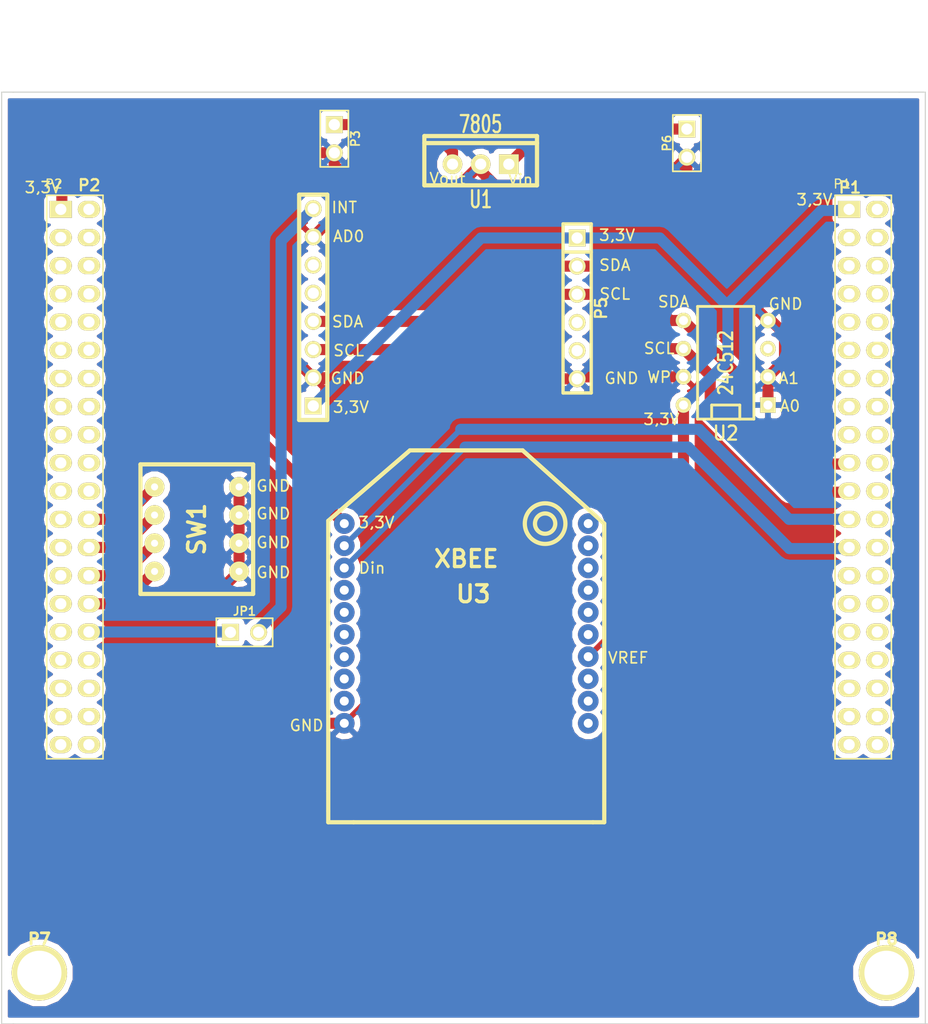
<source format=kicad_pcb>
(kicad_pcb (version 3) (host pcbnew "(2013-07-07 BZR 4022)-stable")

  (general
    (links 36)
    (no_connects 1)
    (area 183.849999 127.649999 267.450001 211.750001)
    (thickness 1.6)
    (drawings 45)
    (tracks 100)
    (zones 0)
    (modules 13)
    (nets 15)
  )

  (page A3)
  (layers
    (15 F.Cu signal)
    (0 B.Cu signal)
    (16 B.Adhes user)
    (17 F.Adhes user)
    (18 B.Paste user)
    (19 F.Paste user)
    (20 B.SilkS user)
    (21 F.SilkS user)
    (22 B.Mask user)
    (23 F.Mask user)
    (24 Dwgs.User user)
    (25 Cmts.User user)
    (26 Eco1.User user)
    (27 Eco2.User user)
    (28 Edge.Cuts user)
  )

  (setup
    (last_trace_width 1)
    (trace_clearance 0.2032)
    (zone_clearance 0.508)
    (zone_45_only no)
    (trace_min 0.254)
    (segment_width 0.2)
    (edge_width 0.1)
    (via_size 0.8128)
    (via_drill 0.4064)
    (via_min_size 0.8)
    (via_min_drill 0.4)
    (uvia_size 0.8128)
    (uvia_drill 0.4064)
    (uvias_allowed no)
    (uvia_min_size 0.8)
    (uvia_min_drill 0.4)
    (pcb_text_width 0.3)
    (pcb_text_size 1.5 1.5)
    (mod_edge_width 0.15)
    (mod_text_size 1 1)
    (mod_text_width 0.15)
    (pad_size 1.778 1.778)
    (pad_drill 1.143)
    (pad_to_mask_clearance 0)
    (aux_axis_origin 0 0)
    (visible_elements 7FFEFFFF)
    (pcbplotparams
      (layerselection 19955713)
      (usegerberextensions true)
      (excludeedgelayer true)
      (linewidth 0.150000)
      (plotframeref false)
      (viasonmask false)
      (mode 1)
      (useauxorigin false)
      (hpglpennumber 1)
      (hpglpenspeed 20)
      (hpglpendiameter 15)
      (hpglpenoverlay 2)
      (psnegative false)
      (psa4output false)
      (plotreference true)
      (plotvalue true)
      (plotothertext true)
      (plotinvisibletext false)
      (padsonsilk false)
      (subtractmaskfromsilk false)
      (outputformat 1)
      (mirror false)
      (drillshape 0)
      (scaleselection 1)
      (outputdirectory Gerbers/))
  )

  (net 0 "")
  (net 1 +3.3V)
  (net 2 GND)
  (net 3 N-0000016)
  (net 4 N-0000017)
  (net 5 N-0000018)
  (net 6 N-0000019)
  (net 7 N-000002)
  (net 8 N-0000020)
  (net 9 N-0000021)
  (net 10 N-0000022)
  (net 11 N-000003)
  (net 12 N-000004)
  (net 13 N-0000075)
  (net 14 N-0000076)

  (net_class Default "This is the default net class."
    (clearance 0.2032)
    (trace_width 1)
    (via_dia 0.8128)
    (via_drill 0.4064)
    (uvia_dia 0.8128)
    (uvia_drill 0.4064)
    (add_net "")
    (add_net +3.3V)
    (add_net GND)
    (add_net N-0000016)
    (add_net N-0000017)
    (add_net N-0000018)
    (add_net N-0000019)
    (add_net N-000002)
    (add_net N-0000020)
    (add_net N-0000021)
    (add_net N-0000022)
    (add_net N-000003)
    (add_net N-000004)
    (add_net N-0000075)
    (add_net N-0000076)
  )

  (module XBee-pro (layer F.Cu) (tedit 4C28F3E6) (tstamp 553F8EAA)
    (at 225.8 166.6)
    (path /553E92AB)
    (fp_text reference U3 (at 0.635 6.35) (layer F.SilkS)
      (effects (font (size 1.524 1.524) (thickness 0.3048)))
    )
    (fp_text value XBEE (at 0 3.175) (layer F.SilkS)
      (effects (font (size 1.524 1.524) (thickness 0.3048)))
    )
    (fp_line (start 12.446 25.908) (end 12.446 26.924) (layer F.SilkS) (width 0.381))
    (fp_line (start -12.446 25.908) (end -12.446 26.924) (layer F.SilkS) (width 0.381))
    (fp_line (start -12.446 24.13) (end -12.446 25.908) (layer F.SilkS) (width 0.381))
    (fp_line (start 12.446 24.13) (end 12.446 25.908) (layer F.SilkS) (width 0.381))
    (fp_circle (center 7.112 0) (end 7.874 0.508) (layer F.SilkS) (width 0.381))
    (fp_circle (center 7.112 0) (end 8.636 1.016) (layer F.SilkS) (width 0.381))
    (fp_line (start -10.16 26.924) (end -12.446 26.924) (layer F.SilkS) (width 0.381))
    (fp_line (start 5.08 -6.604) (end 12.446 0) (layer F.SilkS) (width 0.381))
    (fp_line (start 11.43 26.924) (end 12.446 26.924) (layer F.SilkS) (width 0.381))
    (fp_line (start -10.16 26.924) (end 11.43 26.924) (layer F.SilkS) (width 0.381))
    (fp_line (start -12.446 24.13) (end -12.446 -0.254) (layer F.SilkS) (width 0.381))
    (fp_line (start 12.446 0) (end 12.446 24.13) (layer F.SilkS) (width 0.381))
    (fp_line (start -12.446 -0.254) (end -5.08 -6.604) (layer F.SilkS) (width 0.381))
    (fp_line (start -5.08 -6.604) (end 5.08 -6.604) (layer F.SilkS) (width 0.381))
    (pad 20 thru_hole circle (at 11.00074 0) (size 1.85928 1.85928) (drill 0.8128)
      (layers *.Cu)
    )
    (pad 16 thru_hole circle (at 11.00074 8.001) (size 1.85928 1.85928) (drill 0.8128)
      (layers *.Cu)
    )
    (pad 14 thru_hole circle (at 11.00074 11.99896) (size 1.85928 1.85928) (drill 0.8128)
      (layers *.Cu)
      (net 1 +3.3V)
    )
    (pad 15 thru_hole circle (at 11.00074 9.99998) (size 1.85928 1.85928) (drill 0.8128)
      (layers *.Cu)
    )
    (pad 18 thru_hole circle (at 11.00074 4.0005) (size 1.85928 1.85928) (drill 0.8128)
      (layers *.Cu)
    )
    (pad 17 thru_hole circle (at 11.00074 5.99948) (size 1.85928 1.85928) (drill 0.8128)
      (layers *.Cu)
    )
    (pad 19 thru_hole circle (at 11.00074 1.99898) (size 1.85928 1.85928) (drill 0.8128)
      (layers *.Cu)
    )
    (pad 12 thru_hole circle (at 11.00074 15.99946) (size 1.85928 1.85928) (drill 0.8128)
      (layers *.Cu)
    )
    (pad 11 thru_hole circle (at 11.00074 18.00098) (size 1.85928 1.85928) (drill 0.8128)
      (layers *.Cu)
    )
    (pad 13 thru_hole circle (at 11.00074 14.00048) (size 1.85928 1.85928) (drill 0.8128)
      (layers *.Cu)
    )
    (pad 8 thru_hole circle (at -11.00074 14.00048) (size 1.85928 1.85928) (drill 0.8128)
      (layers *.Cu)
    )
    (pad 10 thru_hole circle (at -11.00074 18.00098) (size 1.85928 1.85928) (drill 0.8128)
      (layers *.Cu)
      (net 2 GND)
    )
    (pad 9 thru_hole circle (at -11.00074 15.99946) (size 1.85928 1.85928) (drill 0.8128)
      (layers *.Cu)
    )
    (pad 2 thru_hole circle (at -11.00074 1.99898) (size 1.85928 1.85928) (drill 0.8128)
      (layers *.Cu)
      (net 9 N-0000021)
    )
    (pad 4 thru_hole circle (at -11.00074 5.99948) (size 1.85928 1.85928) (drill 0.8128)
      (layers *.Cu)
    )
    (pad 3 thru_hole circle (at -11.00074 4.0005) (size 1.85928 1.85928) (drill 0.8128)
      (layers *.Cu)
      (net 12 N-000004)
    )
    (pad 6 thru_hole circle (at -11.00074 9.99998) (size 1.85928 1.85928) (drill 0.8128)
      (layers *.Cu)
    )
    (pad 7 thru_hole circle (at -11.00074 11.99896) (size 1.85928 1.85928) (drill 0.8128)
      (layers *.Cu)
    )
    (pad 5 thru_hole circle (at -11.00074 8.001) (size 1.85928 1.85928) (drill 0.8128)
      (layers *.Cu)
    )
    (pad 1 thru_hole circle (at -11.00074 0) (size 1.85928 1.85928) (drill 0.8128)
      (layers *.Cu)
      (net 1 +3.3V)
    )
    (model Radio/Xbee-pro.wrl
      (at (xyz 0 0 -0.1))
      (scale (xyz 1 1 1))
      (rotate (xyz 270 0 0))
    )
  )

  (module pin_array_8x1 (layer F.Cu) (tedit 555B77FD) (tstamp 553F8EDD)
    (at 212 147.1 90)
    (descr "Double rangee de contacts 2 x 8 pins")
    (tags CONN)
    (path /553E8EA1)
    (fp_text reference P4 (at 0 -2.032 90) (layer F.SilkS) hide
      (effects (font (size 1.016 1.016) (thickness 0.2032)))
    )
    (fp_text value MPU6050 (at 0 -3.1 90) (layer F.SilkS) hide
      (effects (font (size 1.016 1.016) (thickness 0.2032)))
    )
    (fp_line (start 10.16 1.27) (end 10.16 -1.27) (layer F.SilkS) (width 0.381))
    (fp_line (start 10.16 -1.27) (end -10.16 -1.27) (layer F.SilkS) (width 0.381))
    (fp_line (start -10.16 -1.27) (end -10.16 1.27) (layer F.SilkS) (width 0.381))
    (fp_line (start -10.16 1.27) (end 10.16 1.27) (layer F.SilkS) (width 0.381))
    (pad 1 thru_hole rect (at -8.89 0 90) (size 1.524 1.524) (drill 1.016)
      (layers *.Cu *.Mask F.SilkS)
      (net 1 +3.3V)
    )
    (pad 2 thru_hole circle (at -6.35 0 90) (size 1.524 1.524) (drill 1.016)
      (layers *.Cu *.Mask F.SilkS)
      (net 2 GND)
    )
    (pad 3 thru_hole circle (at -3.81 0 90) (size 1.524 1.524) (drill 1.016)
      (layers *.Cu *.Mask F.SilkS)
      (net 14 N-0000076)
    )
    (pad 4 thru_hole circle (at -1.27 0 90) (size 1.524 1.524) (drill 1.016)
      (layers *.Cu *.Mask F.SilkS)
      (net 13 N-0000075)
    )
    (pad 5 thru_hole circle (at 1.27 0 90) (size 1.524 1.524) (drill 1.016)
      (layers *.Cu *.Mask F.SilkS)
    )
    (pad 6 thru_hole circle (at 3.81 0 90) (size 1.524 1.524) (drill 1.016)
      (layers *.Cu *.Mask F.SilkS)
    )
    (pad 7 thru_hole circle (at 6.35 0 90) (size 1.524 1.524) (drill 1.016)
      (layers *.Cu *.Mask F.SilkS)
      (net 2 GND)
    )
    (pad 8 thru_hole circle (at 8.89 0 90) (size 1.524 1.524) (drill 1.016)
      (layers *.Cu *.Mask F.SilkS)
      (net 11 N-000003)
    )
    (model pin_array/pins_array_8x2.wrl
      (at (xyz 0 0 0))
      (scale (xyz 1 1 1))
      (rotate (xyz 0 0 0))
    )
  )

  (module PIN_ARRAY_2X1 (layer F.Cu) (tedit 4565C520) (tstamp 553F8EE7)
    (at 205.8 176.4)
    (descr "Connecteurs 2 pins")
    (tags "CONN DEV")
    (path /553E8CAC)
    (fp_text reference JP1 (at 0 -1.905) (layer F.SilkS)
      (effects (font (size 0.762 0.762) (thickness 0.1524)))
    )
    (fp_text value JUMPER (at 0 -1.905) (layer F.SilkS) hide
      (effects (font (size 0.762 0.762) (thickness 0.1524)))
    )
    (fp_line (start -2.54 1.27) (end -2.54 -1.27) (layer F.SilkS) (width 0.1524))
    (fp_line (start -2.54 -1.27) (end 2.54 -1.27) (layer F.SilkS) (width 0.1524))
    (fp_line (start 2.54 -1.27) (end 2.54 1.27) (layer F.SilkS) (width 0.1524))
    (fp_line (start 2.54 1.27) (end -2.54 1.27) (layer F.SilkS) (width 0.1524))
    (pad 1 thru_hole rect (at -1.27 0) (size 1.524 1.524) (drill 1.016)
      (layers *.Cu *.Mask F.SilkS)
      (net 7 N-000002)
    )
    (pad 2 thru_hole circle (at 1.27 0) (size 1.524 1.524) (drill 1.016)
      (layers *.Cu *.Mask F.SilkS)
      (net 11 N-000003)
    )
    (model pin_array/pins_array_2x1.wrl
      (at (xyz 0 0 0))
      (scale (xyz 1 1 1))
      (rotate (xyz 0 0 0))
    )
  )

  (module PIN_ARRAY_2X1 (layer F.Cu) (tedit 4565C520) (tstamp 553F8EF1)
    (at 213.9 131.9 270)
    (descr "Connecteurs 2 pins")
    (tags "CONN DEV")
    (path /553E8DF0)
    (fp_text reference P3 (at 0 -1.905 270) (layer F.SilkS)
      (effects (font (size 0.762 0.762) (thickness 0.1524)))
    )
    (fp_text value Vout (at 0 -1.905 270) (layer F.SilkS) hide
      (effects (font (size 0.762 0.762) (thickness 0.1524)))
    )
    (fp_line (start -2.54 1.27) (end -2.54 -1.27) (layer F.SilkS) (width 0.1524))
    (fp_line (start -2.54 -1.27) (end 2.54 -1.27) (layer F.SilkS) (width 0.1524))
    (fp_line (start 2.54 -1.27) (end 2.54 1.27) (layer F.SilkS) (width 0.1524))
    (fp_line (start 2.54 1.27) (end -2.54 1.27) (layer F.SilkS) (width 0.1524))
    (pad 1 thru_hole rect (at -1.27 0 270) (size 1.524 1.524) (drill 1.016)
      (layers *.Cu *.Mask F.SilkS)
      (net 10 N-0000022)
    )
    (pad 2 thru_hole circle (at 1.27 0 270) (size 1.524 1.524) (drill 1.016)
      (layers *.Cu *.Mask F.SilkS)
      (net 2 GND)
    )
    (model pin_array/pins_array_2x1.wrl
      (at (xyz 0 0 0))
      (scale (xyz 1 1 1))
      (rotate (xyz 0 0 0))
    )
  )

  (module PIN_ARRAY_2X1 (layer F.Cu) (tedit 555B73F4) (tstamp 553F8EFB)
    (at 245.7 132.3 270)
    (descr "Connecteurs 2 pins")
    (tags "CONN DEV")
    (path /553E8DFD)
    (fp_text reference P6 (at 0 1.8 270) (layer F.SilkS)
      (effects (font (size 0.762 0.762) (thickness 0.1524)))
    )
    (fp_text value Vin (at 0 -2 270) (layer F.SilkS) hide
      (effects (font (size 0.762 0.762) (thickness 0.1524)))
    )
    (fp_line (start -2.54 1.27) (end -2.54 -1.27) (layer F.SilkS) (width 0.1524))
    (fp_line (start -2.54 -1.27) (end 2.54 -1.27) (layer F.SilkS) (width 0.1524))
    (fp_line (start 2.54 -1.27) (end 2.54 1.27) (layer F.SilkS) (width 0.1524))
    (fp_line (start 2.54 1.27) (end -2.54 1.27) (layer F.SilkS) (width 0.1524))
    (pad 1 thru_hole rect (at -1.27 0 270) (size 1.524 1.524) (drill 1.016)
      (layers *.Cu *.Mask F.SilkS)
      (net 3 N-0000016)
    )
    (pad 2 thru_hole circle (at 1.27 0 270) (size 1.524 1.524) (drill 1.016)
      (layers *.Cu *.Mask F.SilkS)
      (net 2 GND)
    )
    (model pin_array/pins_array_2x1.wrl
      (at (xyz 0 0 0))
      (scale (xyz 1 1 1))
      (rotate (xyz 0 0 0))
    )
  )

  (module DIP-8__300 (layer F.Cu) (tedit 43A7F843) (tstamp 553F8F6E)
    (at 249.2 152.1 90)
    (descr "8 pins DIL package, round pads")
    (tags DIL)
    (path /553E8A2D)
    (fp_text reference U2 (at -6.35 0 180) (layer F.SilkS)
      (effects (font (size 1.27 1.143) (thickness 0.2032)))
    )
    (fp_text value 24C512 (at 0 0 90) (layer F.SilkS)
      (effects (font (size 1.27 1.016) (thickness 0.2032)))
    )
    (fp_line (start -5.08 -1.27) (end -3.81 -1.27) (layer F.SilkS) (width 0.254))
    (fp_line (start -3.81 -1.27) (end -3.81 1.27) (layer F.SilkS) (width 0.254))
    (fp_line (start -3.81 1.27) (end -5.08 1.27) (layer F.SilkS) (width 0.254))
    (fp_line (start -5.08 -2.54) (end 5.08 -2.54) (layer F.SilkS) (width 0.254))
    (fp_line (start 5.08 -2.54) (end 5.08 2.54) (layer F.SilkS) (width 0.254))
    (fp_line (start 5.08 2.54) (end -5.08 2.54) (layer F.SilkS) (width 0.254))
    (fp_line (start -5.08 2.54) (end -5.08 -2.54) (layer F.SilkS) (width 0.254))
    (pad 1 thru_hole rect (at -3.81 3.81 90) (size 1.397 1.397) (drill 0.8128)
      (layers *.Cu *.Mask F.SilkS)
      (net 2 GND)
    )
    (pad 2 thru_hole circle (at -1.27 3.81 90) (size 1.397 1.397) (drill 0.8128)
      (layers *.Cu *.Mask F.SilkS)
      (net 2 GND)
    )
    (pad 3 thru_hole circle (at 1.27 3.81 90) (size 1.397 1.397) (drill 0.8128)
      (layers *.Cu *.Mask F.SilkS)
    )
    (pad 4 thru_hole circle (at 3.81 3.81 90) (size 1.397 1.397) (drill 0.8128)
      (layers *.Cu *.Mask F.SilkS)
      (net 2 GND)
    )
    (pad 5 thru_hole circle (at 3.81 -3.81 90) (size 1.397 1.397) (drill 0.8128)
      (layers *.Cu *.Mask F.SilkS)
      (net 13 N-0000075)
    )
    (pad 6 thru_hole circle (at 1.27 -3.81 90) (size 1.397 1.397) (drill 0.8128)
      (layers *.Cu *.Mask F.SilkS)
      (net 14 N-0000076)
    )
    (pad 7 thru_hole circle (at -1.27 -3.81 90) (size 1.397 1.397) (drill 0.8128)
      (layers *.Cu *.Mask F.SilkS)
      (net 2 GND)
    )
    (pad 8 thru_hole circle (at -3.81 -3.81 90) (size 1.397 1.397) (drill 0.8128)
      (layers *.Cu *.Mask F.SilkS)
      (net 1 +3.3V)
    )
    (model dil/dil_8.wrl
      (at (xyz 0 0 0))
      (scale (xyz 1 1 1))
      (rotate (xyz 0 0 0))
    )
  )

  (module PIN_ARRAY_20X2 (layer F.Cu) (tedit 555B7B49) (tstamp 553F8F2B)
    (at 190.5 162.4 270)
    (descr "Double rangee de contacts 2 x 12 pins")
    (tags CONN)
    (path /553E8C85)
    (fp_text reference P2 (at -26.42 1.9 360) (layer F.SilkS)
      (effects (font (size 0.8 0.8) (thickness 0.12)))
    )
    (fp_text value P2 (at -26.3 -1.3 360) (layer F.SilkS)
      (effects (font (size 1.016 1.016) (thickness 0.2032)))
    )
    (fp_line (start 25.4 2.54) (end -25.4 2.54) (layer F.SilkS) (width 0.15))
    (fp_line (start 25.4 -2.54) (end -25.4 -2.54) (layer F.SilkS) (width 0.15))
    (fp_line (start 25.4 -2.54) (end 25.4 2.54) (layer F.SilkS) (width 0.15))
    (fp_line (start -25.4 -2.54) (end -25.4 2.54) (layer F.SilkS) (width 0.15))
    (pad 1 thru_hole rect (at -24.13 1.27 270) (size 1.524 2) (drill 1.016)
      (layers *.Cu *.Mask F.SilkS)
      (net 1 +3.3V)
    )
    (pad 2 thru_hole oval (at -24.13 -1.27 270) (size 1.524 2) (drill 1.016)
      (layers *.Cu *.Mask F.SilkS)
    )
    (pad 11 thru_hole oval (at -11.43 1.27 270) (size 1.524 2) (drill 1.016)
      (layers *.Cu *.Mask F.SilkS)
    )
    (pad 4 thru_hole oval (at -21.59 -1.27 270) (size 1.524 2) (drill 1.016)
      (layers *.Cu *.Mask F.SilkS)
    )
    (pad 13 thru_hole oval (at -8.89 1.27 270) (size 1.524 2) (drill 1.016)
      (layers *.Cu *.Mask F.SilkS)
    )
    (pad 6 thru_hole oval (at -19.05 -1.27 270) (size 1.524 2) (drill 1.016)
      (layers *.Cu *.Mask F.SilkS)
    )
    (pad 15 thru_hole oval (at -6.35 1.27 270) (size 1.524 2) (drill 1.016)
      (layers *.Cu *.Mask F.SilkS)
    )
    (pad 8 thru_hole oval (at -16.51 -1.27 270) (size 1.524 2) (drill 1.016)
      (layers *.Cu *.Mask F.SilkS)
    )
    (pad 17 thru_hole oval (at -3.81 1.27 270) (size 1.524 2) (drill 1.016)
      (layers *.Cu *.Mask F.SilkS)
    )
    (pad 10 thru_hole oval (at -13.97 -1.27 270) (size 1.524 2) (drill 1.016)
      (layers *.Cu *.Mask F.SilkS)
    )
    (pad 19 thru_hole oval (at -1.27 1.27 270) (size 1.524 2) (drill 1.016)
      (layers *.Cu *.Mask F.SilkS)
    )
    (pad 12 thru_hole oval (at -11.43 -1.27 270) (size 1.524 2) (drill 1.016)
      (layers *.Cu *.Mask F.SilkS)
    )
    (pad 21 thru_hole oval (at 1.27 1.27 270) (size 1.524 2) (drill 1.016)
      (layers *.Cu *.Mask F.SilkS)
    )
    (pad 14 thru_hole oval (at -8.89 -1.27 270) (size 1.524 2) (drill 1.016)
      (layers *.Cu *.Mask F.SilkS)
    )
    (pad 23 thru_hole oval (at 3.81 1.27 270) (size 1.524 2) (drill 1.016)
      (layers *.Cu *.Mask F.SilkS)
    )
    (pad 16 thru_hole oval (at -6.35 -1.27 270) (size 1.524 2) (drill 1.016)
      (layers *.Cu *.Mask F.SilkS)
    )
    (pad 25 thru_hole oval (at 6.35 1.27 270) (size 1.524 2) (drill 1.016)
      (layers *.Cu *.Mask F.SilkS)
    )
    (pad 18 thru_hole oval (at -3.81 -1.27 270) (size 1.524 2) (drill 1.016)
      (layers *.Cu *.Mask F.SilkS)
    )
    (pad 27 thru_hole oval (at 8.89 1.27 270) (size 1.524 2) (drill 1.016)
      (layers *.Cu *.Mask F.SilkS)
    )
    (pad 20 thru_hole oval (at -1.27 -1.27 270) (size 1.524 2) (drill 1.016)
      (layers *.Cu *.Mask F.SilkS)
    )
    (pad 29 thru_hole oval (at 11.43 1.27 270) (size 1.524 2) (drill 1.016)
      (layers *.Cu *.Mask F.SilkS)
    )
    (pad 22 thru_hole oval (at 1.27 -1.27 270) (size 1.524 2) (drill 1.016)
      (layers *.Cu *.Mask F.SilkS)
    )
    (pad 31 thru_hole oval (at 13.97 1.27 270) (size 1.524 2) (drill 1.016)
      (layers *.Cu *.Mask F.SilkS)
    )
    (pad 24 thru_hole oval (at 3.81 -1.27 270) (size 1.524 2) (drill 1.016)
      (layers *.Cu *.Mask F.SilkS)
      (net 8 N-0000020)
    )
    (pad 26 thru_hole oval (at 6.35 -1.27 270) (size 1.524 2) (drill 1.016)
      (layers *.Cu *.Mask F.SilkS)
      (net 6 N-0000019)
    )
    (pad 33 thru_hole oval (at 16.51 1.27 270) (size 1.524 2) (drill 1.016)
      (layers *.Cu *.Mask F.SilkS)
    )
    (pad 28 thru_hole oval (at 8.89 -1.27 270) (size 1.524 2) (drill 1.016)
      (layers *.Cu *.Mask F.SilkS)
      (net 5 N-0000018)
    )
    (pad 32 thru_hole oval (at 13.97 -1.27 270) (size 1.524 2) (drill 1.016)
      (layers *.Cu *.Mask F.SilkS)
      (net 7 N-000002)
    )
    (pad 34 thru_hole oval (at 16.51 -1.27 270) (size 1.524 2) (drill 1.016)
      (layers *.Cu *.Mask F.SilkS)
    )
    (pad 36 thru_hole oval (at 19.05 -1.27 270) (size 1.524 2) (drill 1.016)
      (layers *.Cu *.Mask F.SilkS)
    )
    (pad 38 thru_hole oval (at 21.59 -1.27 270) (size 1.524 2) (drill 1.016)
      (layers *.Cu *.Mask F.SilkS)
    )
    (pad 35 thru_hole oval (at 19.05 1.27 270) (size 1.524 2) (drill 1.016)
      (layers *.Cu *.Mask F.SilkS)
    )
    (pad 37 thru_hole oval (at 21.59 1.27 270) (size 1.524 2) (drill 1.016)
      (layers *.Cu *.Mask F.SilkS)
    )
    (pad 3 thru_hole oval (at -21.59 1.27 270) (size 1.524 2) (drill 1.016)
      (layers *.Cu *.Mask F.SilkS)
    )
    (pad 5 thru_hole oval (at -19.05 1.27 270) (size 1.524 2) (drill 1.016)
      (layers *.Cu *.Mask F.SilkS)
    )
    (pad 7 thru_hole oval (at -16.51 1.27 270) (size 1.524 2) (drill 1.016)
      (layers *.Cu *.Mask F.SilkS)
    )
    (pad 9 thru_hole oval (at -13.97 1.27 270) (size 1.524 2) (drill 1.016)
      (layers *.Cu *.Mask F.SilkS)
    )
    (pad 39 thru_hole oval (at 24.13 1.27 270) (size 1.524 2) (drill 1.016)
      (layers *.Cu *.Mask F.SilkS)
    )
    (pad 40 thru_hole oval (at 24.13 -1.27 270) (size 1.524 2) (drill 1.016)
      (layers *.Cu *.Mask F.SilkS)
    )
    (pad 30 thru_hole oval (at 11.43 -1.27 270) (size 1.524 2) (drill 1.016)
      (layers *.Cu *.Mask F.SilkS)
      (net 4 N-0000017)
    )
    (model kicadlibrary-master/pin_socket_20x2.wrl
      (at (xyz 0 0 0))
      (scale (xyz 1 1 1))
      (rotate (xyz 0 0 0))
    )
  )

  (module PIN_ARRAY_20X2 (layer F.Cu) (tedit 555B7B4F) (tstamp 553F8F5B)
    (at 261.6 162.4 270)
    (descr "Double rangee de contacts 2 x 12 pins")
    (tags CONN)
    (path /553E8C9C)
    (fp_text reference P1 (at -26.42 1.9 360) (layer F.SilkS)
      (effects (font (size 0.8 0.8) (thickness 0.12)))
    )
    (fp_text value P1 (at -26.1 1.2 360) (layer F.SilkS)
      (effects (font (size 1.016 1.016) (thickness 0.2032)))
    )
    (fp_line (start 25.4 2.54) (end -25.4 2.54) (layer F.SilkS) (width 0.15))
    (fp_line (start 25.4 -2.54) (end -25.4 -2.54) (layer F.SilkS) (width 0.15))
    (fp_line (start 25.4 -2.54) (end 25.4 2.54) (layer F.SilkS) (width 0.15))
    (fp_line (start -25.4 -2.54) (end -25.4 2.54) (layer F.SilkS) (width 0.15))
    (pad 1 thru_hole rect (at -24.13 1.27 270) (size 1.524 2) (drill 1.016)
      (layers *.Cu *.Mask F.SilkS)
      (net 1 +3.3V)
    )
    (pad 2 thru_hole oval (at -24.13 -1.27 270) (size 1.524 2) (drill 1.016)
      (layers *.Cu *.Mask F.SilkS)
    )
    (pad 11 thru_hole oval (at -11.43 1.27 270) (size 1.524 2) (drill 1.016)
      (layers *.Cu *.Mask F.SilkS)
    )
    (pad 4 thru_hole oval (at -21.59 -1.27 270) (size 1.524 2) (drill 1.016)
      (layers *.Cu *.Mask F.SilkS)
    )
    (pad 13 thru_hole oval (at -8.89 1.27 270) (size 1.524 2) (drill 1.016)
      (layers *.Cu *.Mask F.SilkS)
    )
    (pad 6 thru_hole oval (at -19.05 -1.27 270) (size 1.524 2) (drill 1.016)
      (layers *.Cu *.Mask F.SilkS)
    )
    (pad 15 thru_hole oval (at -6.35 1.27 270) (size 1.524 2) (drill 1.016)
      (layers *.Cu *.Mask F.SilkS)
    )
    (pad 8 thru_hole oval (at -16.51 -1.27 270) (size 1.524 2) (drill 1.016)
      (layers *.Cu *.Mask F.SilkS)
    )
    (pad 17 thru_hole oval (at -3.81 1.27 270) (size 1.524 2) (drill 1.016)
      (layers *.Cu *.Mask F.SilkS)
    )
    (pad 10 thru_hole oval (at -13.97 -1.27 270) (size 1.524 2) (drill 1.016)
      (layers *.Cu *.Mask F.SilkS)
    )
    (pad 19 thru_hole oval (at -1.27 1.27 270) (size 1.524 2) (drill 1.016)
      (layers *.Cu *.Mask F.SilkS)
      (net 13 N-0000075)
    )
    (pad 12 thru_hole oval (at -11.43 -1.27 270) (size 1.524 2) (drill 1.016)
      (layers *.Cu *.Mask F.SilkS)
    )
    (pad 21 thru_hole oval (at 1.27 1.27 270) (size 1.524 2) (drill 1.016)
      (layers *.Cu *.Mask F.SilkS)
      (net 14 N-0000076)
    )
    (pad 14 thru_hole oval (at -8.89 -1.27 270) (size 1.524 2) (drill 1.016)
      (layers *.Cu *.Mask F.SilkS)
    )
    (pad 23 thru_hole oval (at 3.81 1.27 270) (size 1.524 2) (drill 1.016)
      (layers *.Cu *.Mask F.SilkS)
      (net 9 N-0000021)
    )
    (pad 16 thru_hole oval (at -6.35 -1.27 270) (size 1.524 2) (drill 1.016)
      (layers *.Cu *.Mask F.SilkS)
    )
    (pad 25 thru_hole oval (at 6.35 1.27 270) (size 1.524 2) (drill 1.016)
      (layers *.Cu *.Mask F.SilkS)
      (net 12 N-000004)
    )
    (pad 18 thru_hole oval (at -3.81 -1.27 270) (size 1.524 2) (drill 1.016)
      (layers *.Cu *.Mask F.SilkS)
    )
    (pad 27 thru_hole oval (at 8.89 1.27 270) (size 1.524 2) (drill 1.016)
      (layers *.Cu *.Mask F.SilkS)
    )
    (pad 20 thru_hole oval (at -1.27 -1.27 270) (size 1.524 2) (drill 1.016)
      (layers *.Cu *.Mask F.SilkS)
    )
    (pad 29 thru_hole oval (at 11.43 1.27 270) (size 1.524 2) (drill 1.016)
      (layers *.Cu *.Mask F.SilkS)
    )
    (pad 22 thru_hole oval (at 1.27 -1.27 270) (size 1.524 2) (drill 1.016)
      (layers *.Cu *.Mask F.SilkS)
    )
    (pad 31 thru_hole oval (at 13.97 1.27 270) (size 1.524 2) (drill 1.016)
      (layers *.Cu *.Mask F.SilkS)
    )
    (pad 24 thru_hole oval (at 3.81 -1.27 270) (size 1.524 2) (drill 1.016)
      (layers *.Cu *.Mask F.SilkS)
    )
    (pad 26 thru_hole oval (at 6.35 -1.27 270) (size 1.524 2) (drill 1.016)
      (layers *.Cu *.Mask F.SilkS)
    )
    (pad 33 thru_hole oval (at 16.51 1.27 270) (size 1.524 2) (drill 1.016)
      (layers *.Cu *.Mask F.SilkS)
    )
    (pad 28 thru_hole oval (at 8.89 -1.27 270) (size 1.524 2) (drill 1.016)
      (layers *.Cu *.Mask F.SilkS)
    )
    (pad 32 thru_hole oval (at 13.97 -1.27 270) (size 1.524 2) (drill 1.016)
      (layers *.Cu *.Mask F.SilkS)
    )
    (pad 34 thru_hole oval (at 16.51 -1.27 270) (size 1.524 2) (drill 1.016)
      (layers *.Cu *.Mask F.SilkS)
    )
    (pad 36 thru_hole oval (at 19.05 -1.27 270) (size 1.524 2) (drill 1.016)
      (layers *.Cu *.Mask F.SilkS)
    )
    (pad 38 thru_hole oval (at 21.59 -1.27 270) (size 1.524 2) (drill 1.016)
      (layers *.Cu *.Mask F.SilkS)
    )
    (pad 35 thru_hole oval (at 19.05 1.27 270) (size 1.524 2) (drill 1.016)
      (layers *.Cu *.Mask F.SilkS)
    )
    (pad 37 thru_hole oval (at 21.59 1.27 270) (size 1.524 2) (drill 1.016)
      (layers *.Cu *.Mask F.SilkS)
    )
    (pad 3 thru_hole oval (at -21.59 1.27 270) (size 1.524 2) (drill 1.016)
      (layers *.Cu *.Mask F.SilkS)
    )
    (pad 5 thru_hole oval (at -19.05 1.27 270) (size 1.524 2) (drill 1.016)
      (layers *.Cu *.Mask F.SilkS)
    )
    (pad 7 thru_hole oval (at -16.51 1.27 270) (size 1.524 2) (drill 1.016)
      (layers *.Cu *.Mask F.SilkS)
    )
    (pad 9 thru_hole oval (at -13.97 1.27 270) (size 1.524 2) (drill 1.016)
      (layers *.Cu *.Mask F.SilkS)
    )
    (pad 39 thru_hole oval (at 24.13 1.27 270) (size 1.524 2) (drill 1.016)
      (layers *.Cu *.Mask F.SilkS)
    )
    (pad 40 thru_hole oval (at 24.13 -1.27 270) (size 1.524 2) (drill 1.016)
      (layers *.Cu *.Mask F.SilkS)
    )
    (pad 30 thru_hole oval (at 11.43 -1.27 270) (size 1.524 2) (drill 1.016)
      (layers *.Cu *.Mask F.SilkS)
    )
    (model kicadlibrary-master/pin_socket_20x2.wrl
      (at (xyz 0 0 0))
      (scale (xyz 1 1 1))
      (rotate (xyz 0 0 0))
    )
  )

  (module 1pin (layer F.Cu) (tedit 533F2153) (tstamp 55403BCC)
    (at 187.3 207.1)
    (descr "module 1 pin (ou trou mecanique de percage)")
    (tags DEV)
    (path /553FDCC8)
    (fp_text reference P7 (at 0 -3.048) (layer F.SilkS)
      (effects (font (size 1.016 1.016) (thickness 0.254)))
    )
    (fp_text value CONN_1 (at 0 2.794) (layer F.SilkS) hide
      (effects (font (size 1.016 1.016) (thickness 0.254)))
    )
    (fp_circle (center 0 0) (end 0 -2.286) (layer F.SilkS) (width 0.381))
    (pad 1 thru_hole circle (at 0 0) (size 5.0038 5.0038) (drill 3.9878)
      (layers *.Cu *.Mask F.SilkS)
    )
  )

  (module 1pin (layer F.Cu) (tedit 533F2153) (tstamp 55403BC6)
    (at 263.7 207.1)
    (descr "module 1 pin (ou trou mecanique de percage)")
    (tags DEV)
    (path /553FDCB6)
    (fp_text reference P8 (at 0 -3.048) (layer F.SilkS)
      (effects (font (size 1.016 1.016) (thickness 0.254)))
    )
    (fp_text value CONN_1 (at 0 2.794) (layer F.SilkS) hide
      (effects (font (size 1.016 1.016) (thickness 0.254)))
    )
    (fp_circle (center 0 0) (end 0 -2.286) (layer F.SilkS) (width 0.381))
    (pad 1 thru_hole circle (at 0 0) (size 5.0038 5.0038) (drill 3.9878)
      (layers *.Cu *.Mask F.SilkS)
    )
  )

  (module DIPS-DS04 (layer F.Cu) (tedit 48186E73) (tstamp 555A1678)
    (at 201.5 167.1 90)
    (tags "dip switch")
    (path /555A15B2)
    (fp_text reference SW1 (at 0 0 90) (layer F.SilkS)
      (effects (font (size 1.524 1.524) (thickness 0.3048)))
    )
    (fp_text value DIPS_04 (at 0 0 90) (layer F.SilkS) hide
      (effects (font (size 1.524 1.524) (thickness 0.3048)))
    )
    (fp_line (start 5.842 5.08) (end -5.842 5.08) (layer F.SilkS) (width 0.381))
    (fp_line (start -5.842 -5.08) (end 5.842 -5.08) (layer F.SilkS) (width 0.381))
    (fp_line (start -5.842 -5.08) (end -5.842 5.08) (layer F.SilkS) (width 0.381))
    (fp_line (start 5.842 -5.08) (end 5.842 5.08) (layer F.SilkS) (width 0.381))
    (pad 1 thru_hole circle (at -3.81 3.81 90) (size 1.778 1.778) (drill 0.635)
      (layers *.Cu *.Mask F.SilkS)
      (net 2 GND)
    )
    (pad 2 thru_hole circle (at -1.27 3.81 90) (size 1.778 1.778) (drill 0.635)
      (layers *.Cu *.Mask F.SilkS)
      (net 2 GND)
    )
    (pad 3 thru_hole circle (at 1.27 3.81 90) (size 1.778 1.778) (drill 0.635)
      (layers *.Cu *.Mask F.SilkS)
      (net 2 GND)
    )
    (pad 4 thru_hole circle (at 3.81 3.81 90) (size 1.778 1.778) (drill 0.635)
      (layers *.Cu *.Mask F.SilkS)
      (net 2 GND)
    )
    (pad 5 thru_hole circle (at 3.81 -3.81 90) (size 1.778 1.778) (drill 0.635)
      (layers *.Cu *.Mask F.SilkS)
      (net 8 N-0000020)
    )
    (pad 6 thru_hole circle (at 1.27 -3.81 90) (size 1.778 1.778) (drill 0.635)
      (layers *.Cu *.Mask F.SilkS)
      (net 6 N-0000019)
    )
    (pad 7 thru_hole circle (at -1.27 -3.81 90) (size 1.778 1.778) (drill 0.635)
      (layers *.Cu *.Mask F.SilkS)
      (net 5 N-0000018)
    )
    (pad 8 thru_hole circle (at -3.81 -3.81 90) (size 1.778 1.778) (drill 0.635)
      (layers *.Cu *.Mask F.SilkS)
      (net 4 N-0000017)
    )
    (model dips/dips-ds04.wrl
      (at (xyz 0 0 0))
      (scale (xyz 1 1 1))
      (rotate (xyz 0 0 0))
    )
  )

  (module TO220_VERT (layer F.Cu) (tedit 555B7675) (tstamp 553F8EBB)
    (at 227.1 134.2 90)
    (descr "Regulateur TO220 serie LM78xx")
    (tags "TR TO220")
    (path /553E8A97)
    (fp_text reference U1 (at -3.175 0 180) (layer F.SilkS)
      (effects (font (size 1.524 1.016) (thickness 0.2032)))
    )
    (fp_text value 7805 (at 3.6 0 180) (layer F.SilkS)
      (effects (font (size 1.524 1.016) (thickness 0.2032)))
    )
    (fp_line (start 1.905 -5.08) (end 2.54 -5.08) (layer F.SilkS) (width 0.381))
    (fp_line (start 2.54 -5.08) (end 2.54 5.08) (layer F.SilkS) (width 0.381))
    (fp_line (start 2.54 5.08) (end 1.905 5.08) (layer F.SilkS) (width 0.381))
    (fp_line (start -1.905 -5.08) (end 1.905 -5.08) (layer F.SilkS) (width 0.381))
    (fp_line (start 1.905 -5.08) (end 1.905 5.08) (layer F.SilkS) (width 0.381))
    (fp_line (start 1.905 5.08) (end -1.905 5.08) (layer F.SilkS) (width 0.381))
    (fp_line (start -1.905 5.08) (end -1.905 -5.08) (layer F.SilkS) (width 0.381))
    (pad 2 thru_hole circle (at 0 -2.54 90) (size 1.778 1.778) (drill 1.016)
      (layers *.Cu *.Mask F.SilkS)
      (net 10 N-0000022)
    )
    (pad 3 thru_hole circle (at 0 0 90) (size 1.778 1.778) (drill 1.016)
      (layers *.Cu *.Mask F.SilkS)
      (net 2 GND)
    )
    (pad 1 thru_hole rect (at 0 2.54 90) (size 1.778 1.778) (drill 1.016)
      (layers *.Cu *.Mask F.SilkS)
      (net 3 N-0000016)
    )
  )

  (module PIN_ARRAY-6X1 (layer F.Cu) (tedit 41402119) (tstamp 553F8ECD)
    (at 235.8 147.2 270)
    (descr "Connecteur 6 pins")
    (tags "CONN DEV")
    (path /553E8EB0)
    (fp_text reference P5 (at 0 -2.159 270) (layer F.SilkS)
      (effects (font (size 1.016 1.016) (thickness 0.2032)))
    )
    (fp_text value BMP085 (at 0 2.159 270) (layer F.SilkS) hide
      (effects (font (size 1.016 0.889) (thickness 0.2032)))
    )
    (fp_line (start -7.62 1.27) (end -7.62 -1.27) (layer F.SilkS) (width 0.3048))
    (fp_line (start -7.62 -1.27) (end 7.62 -1.27) (layer F.SilkS) (width 0.3048))
    (fp_line (start 7.62 -1.27) (end 7.62 1.27) (layer F.SilkS) (width 0.3048))
    (fp_line (start 7.62 1.27) (end -7.62 1.27) (layer F.SilkS) (width 0.3048))
    (fp_line (start -5.08 1.27) (end -5.08 -1.27) (layer F.SilkS) (width 0.3048))
    (pad 1 thru_hole rect (at -6.35 0 270) (size 1.524 1.524) (drill 1.016)
      (layers *.Cu *.Mask F.SilkS)
      (net 1 +3.3V)
    )
    (pad 2 thru_hole circle (at -3.81 0 270) (size 1.524 1.524) (drill 1.016)
      (layers *.Cu *.Mask F.SilkS)
      (net 13 N-0000075)
    )
    (pad 3 thru_hole circle (at -1.27 0 270) (size 1.524 1.524) (drill 1.016)
      (layers *.Cu *.Mask F.SilkS)
      (net 14 N-0000076)
    )
    (pad 4 thru_hole circle (at 1.27 0 270) (size 1.524 1.524) (drill 1.016)
      (layers *.Cu *.Mask F.SilkS)
    )
    (pad 5 thru_hole circle (at 3.81 0 270) (size 1.524 1.524) (drill 1.016)
      (layers *.Cu *.Mask F.SilkS)
    )
    (pad 6 thru_hole circle (at 6.35 0 270) (size 1.524 1.524) (drill 1.016)
      (layers *.Cu *.Mask F.SilkS)
      (net 2 GND)
    )
    (model pin_array/pins_array_6x1.wrl
      (at (xyz 0 0 0))
      (scale (xyz 1 1 1))
      (rotate (xyz 0 0 0))
    )
  )

  (dimension 83.3 (width 0.3) (layer Cmts.User)
    (gr_text 83,300mm (at 225.55 121.250001) (layer Cmts.User)
      (effects (font (size 1.5 1.5) (thickness 0.3)))
    )
    (feature1 (pts (xy 267.2 127.7) (xy 267.2 119.900001)))
    (feature2 (pts (xy 183.9 127.7) (xy 183.9 119.900001)))
    (crossbar (pts (xy 183.9 122.600001) (xy 267.2 122.600001)))
    (arrow1a (pts (xy 267.2 122.600001) (xy 266.073497 123.186421)))
    (arrow1b (pts (xy 267.2 122.600001) (xy 266.073497 122.013581)))
    (arrow2a (pts (xy 183.9 122.600001) (xy 185.026503 123.186421)))
    (arrow2b (pts (xy 183.9 122.600001) (xy 185.026503 122.013581)))
  )
  (gr_line (start 183.9 127.7) (end 185 127.7) (angle 90) (layer Edge.Cuts) (width 0.1))
  (gr_line (start 185 211.7) (end 183.9 211.7) (angle 90) (layer Edge.Cuts) (width 0.1))
  (gr_text VREF (at 240.4 178.7) (layer F.SilkS)
    (effects (font (size 1 1) (thickness 0.15)))
  )
  (gr_text Din (at 217.3 170.6) (layer F.SilkS)
    (effects (font (size 1 1) (thickness 0.15)))
  )
  (gr_text 3,3V (at 217.7 166.5) (layer F.SilkS)
    (effects (font (size 1 1) (thickness 0.15)))
  )
  (gr_text GND (at 211.4 184.8) (layer F.SilkS)
    (effects (font (size 1 1) (thickness 0.15)))
  )
  (gr_text GND (at 208.4 171) (layer F.SilkS)
    (effects (font (size 1 1) (thickness 0.15)))
  )
  (gr_text GND (at 208.4 168.3) (layer F.SilkS)
    (effects (font (size 1 1) (thickness 0.15)))
  )
  (gr_text GND (at 208.4 165.7) (layer F.SilkS)
    (effects (font (size 1 1) (thickness 0.15)))
  )
  (gr_text GND (at 208.4 163.2) (layer F.SilkS)
    (effects (font (size 1 1) (thickness 0.15)))
  )
  (gr_text 3,3V (at 187.6 136.3) (layer F.SilkS)
    (effects (font (size 1 1) (thickness 0.15)))
  )
  (gr_text A1 (at 254.9 153.5) (layer F.SilkS)
    (effects (font (size 1 1) (thickness 0.15)))
  )
  (gr_text A0 (at 255 156) (layer F.SilkS)
    (effects (font (size 1 1) (thickness 0.15)))
  )
  (gr_text GND (at 254.6 146.8) (layer F.SilkS)
    (effects (font (size 1 1) (thickness 0.15)))
  )
  (gr_text 3,3V (at 243.4 157.2) (layer F.SilkS)
    (effects (font (size 1 1) (thickness 0.15)))
  )
  (gr_text WP (at 243.2 153.4) (layer F.SilkS)
    (effects (font (size 1 1) (thickness 0.15)))
  )
  (gr_text SCL (at 243.2 150.8) (layer F.SilkS)
    (effects (font (size 1 1) (thickness 0.15)))
  )
  (gr_text SDA (at 244.5 146.6) (layer F.SilkS)
    (effects (font (size 1 1) (thickness 0.15)))
  )
  (gr_text 3,3V (at 257.2 137.4) (layer F.SilkS)
    (effects (font (size 1 1) (thickness 0.15)))
  )
  (gr_text GND (at 239.8 153.5) (layer F.SilkS)
    (effects (font (size 1 1) (thickness 0.15)))
  )
  (gr_text SCL (at 239.2 145.9) (layer F.SilkS)
    (effects (font (size 1 1) (thickness 0.15)))
  )
  (gr_text SDA (at 239.2 143.3) (layer F.SilkS)
    (effects (font (size 1 1) (thickness 0.15)))
  )
  (gr_text 3,3V (at 239.4 140.6) (layer F.SilkS)
    (effects (font (size 1 1) (thickness 0.15)))
  )
  (gr_text 3,3V (at 215.4 156.1) (layer F.SilkS)
    (effects (font (size 1 1) (thickness 0.15)))
  )
  (gr_text GND (at 215.1 153.5) (layer F.SilkS)
    (effects (font (size 1 1) (thickness 0.15)))
  )
  (gr_text SCL (at 215.2 151) (layer F.SilkS)
    (effects (font (size 1 1) (thickness 0.15)))
  )
  (gr_text SDA (at 215.1 148.4) (layer F.SilkS)
    (effects (font (size 1 1) (thickness 0.15)))
  )
  (gr_text AD0 (at 215.2 140.7) (layer F.SilkS)
    (effects (font (size 1 1) (thickness 0.15)))
  )
  (gr_text INT (at 214.8 138.1) (layer F.SilkS)
    (effects (font (size 1 1) (thickness 0.15)))
  )
  (gr_text Vout (at 224.1 135.5) (layer F.SilkS)
    (effects (font (size 1 1) (thickness 0.15)))
  )
  (gr_text Vin (at 230.7 135.6) (layer F.SilkS)
    (effects (font (size 1 1) (thickness 0.15)))
  )
  (gr_line (start 267.2 127.7) (end 264.8 127.7) (angle 90) (layer Edge.Cuts) (width 0.1))
  (gr_line (start 267.2 211.7) (end 267.2 127.7) (angle 90) (layer Edge.Cuts) (width 0.1))
  (gr_line (start 183.9 211.7) (end 183.9 127.7) (angle 90) (layer Edge.Cuts) (width 0.1))
  (gr_line (start 184.9 211.7) (end 267.4 211.7) (angle 90) (layer Edge.Cuts) (width 0.1))
  (gr_line (start 197.85 157.25) (end 197.85 136.95) (angle 90) (layer Dwgs.User) (width 0.2) (tstamp 553FC10B))
  (gr_line (start 197.85 136.95) (end 213.55 136.95) (angle 90) (layer Dwgs.User) (width 0.2) (tstamp 553FC10A))
  (gr_line (start 213.55 136.95) (end 213.55 157.25) (angle 90) (layer Dwgs.User) (width 0.2) (tstamp 553FC109))
  (gr_line (start 213.55 157.25) (end 197.85 157.25) (angle 90) (layer Dwgs.User) (width 0.2) (tstamp 553FC108))
  (gr_line (start 217.3 154.9) (end 217.3 139.2) (angle 90) (layer Dwgs.User) (width 0.2))
  (gr_line (start 237.6 154.9) (end 217.3 154.9) (angle 90) (layer Dwgs.User) (width 0.2))
  (gr_line (start 237.6 139.2) (end 237.6 154.9) (angle 90) (layer Dwgs.User) (width 0.2))
  (gr_line (start 217.3 139.2) (end 237.6 139.2) (angle 90) (layer Dwgs.User) (width 0.2))
  (gr_line (start 184.9 127.7) (end 264.9 127.7) (angle 90) (layer Edge.Cuts) (width 0.1))

  (segment (start 235.8 140.85) (end 227.14 140.85) (width 1) (layer B.Cu) (net 1))
  (segment (start 227.14 140.85) (end 212 155.99) (width 1) (layer B.Cu) (net 1) (tstamp 555B789F))
  (segment (start 235.8 140.85) (end 243.25 140.85) (width 1) (layer B.Cu) (net 1))
  (segment (start 243.25 140.85) (end 249.4 147) (width 1) (layer B.Cu) (net 1) (tstamp 555B7897))
  (segment (start 245.39 155.91) (end 245.39 170.0097) (width 1) (layer F.Cu) (net 1))
  (segment (start 245.39 170.0097) (end 236.80074 178.59896) (width 0.5) (layer F.Cu) (net 1) (tstamp 555A0A0B))
  (segment (start 260.43 138.37) (end 257.83 138.37) (width 1) (layer B.Cu) (net 1))
  (segment (start 257.83 138.37) (end 249.4 146.8) (width 1) (layer B.Cu) (net 1) (tstamp 553FD2E5))
  (segment (start 249.4 146.8) (end 249.4 147) (width 1) (layer B.Cu) (net 1) (tstamp 553FD2EB))
  (segment (start 249.4 151.9) (end 245.39 155.91) (width 1) (layer B.Cu) (net 1) (tstamp 553FD2F0))
  (segment (start 249.4 147) (end 249.4 151.9) (width 1) (layer B.Cu) (net 1) (tstamp 555B789D))
  (segment (start 189.33 138.37) (end 189.33 136.07) (width 1) (layer F.Cu) (net 1))
  (segment (start 200.2 152.00074) (end 214.79926 166.6) (width 1) (layer F.Cu) (net 1) (tstamp 553FD256))
  (segment (start 200.2 137.1) (end 200.2 152.00074) (width 1) (layer F.Cu) (net 1) (tstamp 553FD252))
  (segment (start 198.1 135) (end 200.2 137.1) (width 1) (layer F.Cu) (net 1) (tstamp 553FD24F))
  (segment (start 190.4 135) (end 198.1 135) (width 1) (layer F.Cu) (net 1) (tstamp 553FD24D))
  (segment (start 189.33 136.07) (end 190.4 135) (width 1) (layer F.Cu) (net 1) (tstamp 553FD24A))
  (segment (start 245.39 153.37) (end 235.98 153.37) (width 1) (layer F.Cu) (net 2))
  (segment (start 235.98 153.37) (end 235.8 153.55) (width 1) (layer F.Cu) (net 2) (tstamp 555B78DB))
  (segment (start 235.8 153.55) (end 212.1 153.55) (width 1) (layer F.Cu) (net 2))
  (segment (start 212.1 153.55) (end 212 153.45) (width 1) (layer F.Cu) (net 2) (tstamp 555B78C1))
  (segment (start 253.01 148.29) (end 253.29 148.29) (width 1) (layer F.Cu) (net 2))
  (segment (start 254.5 151.88) (end 253.01 153.37) (width 1) (layer F.Cu) (net 2) (tstamp 555A17ED))
  (segment (start 254.5 149.5) (end 254.5 151.88) (width 1) (layer F.Cu) (net 2) (tstamp 555A17EA))
  (segment (start 253.29 148.29) (end 254.5 149.5) (width 1) (layer F.Cu) (net 2) (tstamp 555A17E6))
  (segment (start 253.01 153.37) (end 253.01 155.91) (width 1) (layer F.Cu) (net 2) (tstamp 555A17EF))
  (segment (start 213.9 133.17) (end 213.9 138.85) (width 1) (layer F.Cu) (net 2))
  (segment (start 213.9 138.85) (end 212 140.75) (width 1) (layer F.Cu) (net 2) (tstamp 555A17C0))
  (segment (start 205.31 163.29) (end 205.31 165.83) (width 1) (layer F.Cu) (net 2))
  (segment (start 205.31 165.83) (end 205.31 168.37) (width 1) (layer F.Cu) (net 2) (tstamp 555A178C))
  (segment (start 205.31 168.37) (end 205.31 170.91) (width 1) (layer F.Cu) (net 2) (tstamp 555A178D))
  (segment (start 205.31 170.91) (end 201.22 175) (width 1) (layer F.Cu) (net 2) (tstamp 555A178E))
  (segment (start 201.22 175) (end 201.22 181.48) (width 1) (layer F.Cu) (net 2) (tstamp 555A178F))
  (segment (start 201.22 181.48) (end 204.34098 184.60098) (width 1) (layer F.Cu) (net 2) (tstamp 555A1798))
  (segment (start 204.34098 184.60098) (end 214.79926 184.60098) (width 1) (layer F.Cu) (net 2) (tstamp 555A179A))
  (segment (start 212 153.45) (end 216.75 153.45) (width 1) (layer F.Cu) (net 2))
  (segment (start 220.8 178.60024) (end 214.79926 184.60098) (width 0.5) (layer F.Cu) (net 2) (tstamp 555A09BA))
  (segment (start 220.8 157.5) (end 220.8 178.60024) (width 1) (layer F.Cu) (net 2) (tstamp 555A09B8))
  (segment (start 216.75 153.45) (end 220.8 157.5) (width 1) (layer F.Cu) (net 2) (tstamp 555A09B0))
  (segment (start 213.9 133.17) (end 212.13 133.17) (width 1) (layer F.Cu) (net 2))
  (segment (start 212.13 133.17) (end 209.1 136.2) (width 1) (layer F.Cu) (net 2) (tstamp 553FD1D3))
  (segment (start 245.7 133.57) (end 245.7 140.98) (width 1) (layer F.Cu) (net 2))
  (segment (start 213.9 133.17) (end 213.9 134.3) (width 1) (layer F.Cu) (net 2))
  (segment (start 224.6 136.7) (end 227.1 134.2) (width 1) (layer F.Cu) (net 2) (tstamp 553FD153))
  (segment (start 216.3 136.7) (end 224.6 136.7) (width 1) (layer F.Cu) (net 2) (tstamp 553FD14E))
  (segment (start 213.9 134.3) (end 216.3 136.7) (width 1) (layer F.Cu) (net 2) (tstamp 553FD14C))
  (segment (start 227.1 134.2) (end 227.1 134.8) (width 1) (layer F.Cu) (net 2) (tstamp 553FD155))
  (segment (start 227.1 134.8) (end 228.9 136.6) (width 1) (layer F.Cu) (net 2) (tstamp 553FD156))
  (segment (start 228.9 136.6) (end 242.67 136.6) (width 1) (layer F.Cu) (net 2) (tstamp 553FD157))
  (segment (start 242.67 136.6) (end 245.7 133.57) (width 1) (layer F.Cu) (net 2) (tstamp 553FD15C))
  (segment (start 209.1 136.2) (end 209.1 150.55) (width 1) (layer F.Cu) (net 2) (tstamp 553FD1DB))
  (segment (start 209.1 150.55) (end 212 153.45) (width 1) (layer F.Cu) (net 2) (tstamp 553FD1DE))
  (segment (start 245.7 140.98) (end 253.01 148.29) (width 1) (layer F.Cu) (net 2) (tstamp 553FD1B5))
  (segment (start 245.7 131.03) (end 232.81 131.03) (width 1) (layer F.Cu) (net 3))
  (segment (start 232.81 131.03) (end 229.64 134.2) (width 1) (layer F.Cu) (net 3) (tstamp 553FD162))
  (segment (start 191.77 173.83) (end 194.77 173.83) (width 1) (layer F.Cu) (net 4))
  (segment (start 194.77 173.83) (end 197.69 170.91) (width 1) (layer F.Cu) (net 4) (tstamp 555A1740))
  (segment (start 191.77 171.29) (end 194.77 171.29) (width 1) (layer F.Cu) (net 5))
  (segment (start 194.77 171.29) (end 197.69 168.37) (width 1) (layer F.Cu) (net 5) (tstamp 555A1744))
  (segment (start 191.77 168.75) (end 194.77 168.75) (width 1) (layer F.Cu) (net 6))
  (segment (start 194.77 168.75) (end 197.69 165.83) (width 1) (layer F.Cu) (net 6) (tstamp 555A1748))
  (segment (start 191.77 176.37) (end 204.5 176.37) (width 1) (layer B.Cu) (net 7))
  (segment (start 204.5 176.37) (end 204.53 176.4) (width 1) (layer B.Cu) (net 7) (tstamp 555A17A5))
  (segment (start 191.77 166.21) (end 194.77 166.21) (width 1) (layer F.Cu) (net 8))
  (segment (start 194.77 166.21) (end 197.69 163.29) (width 1) (layer F.Cu) (net 8) (tstamp 555A174C))
  (segment (start 260.33 166.21) (end 254.91 166.21) (width 1) (layer B.Cu) (net 9))
  (segment (start 225.29824 158.1) (end 214.79926 168.59898) (width 0.5) (layer B.Cu) (net 9) (tstamp 555DEBA9))
  (segment (start 246.8 158.1) (end 225.29824 158.1) (width 1) (layer B.Cu) (net 9) (tstamp 555DEBA3))
  (segment (start 254.91 166.21) (end 246.8 158.1) (width 1) (layer B.Cu) (net 9) (tstamp 555DEB9A))
  (segment (start 224.56 134.2) (end 224.56 133.06) (width 1) (layer F.Cu) (net 10))
  (segment (start 222.13 130.63) (end 213.9 130.63) (width 1) (layer F.Cu) (net 10) (tstamp 553FD170))
  (segment (start 224.56 133.06) (end 222.13 130.63) (width 1) (layer F.Cu) (net 10) (tstamp 553FD169))
  (segment (start 207.07 176.4) (end 207.07 176.13) (width 1) (layer B.Cu) (net 11))
  (segment (start 209.1 141.11) (end 212 138.21) (width 1) (layer B.Cu) (net 11) (tstamp 555A17B7))
  (segment (start 209.1 174.1) (end 209.1 141.11) (width 1) (layer B.Cu) (net 11) (tstamp 555A17B1))
  (segment (start 207.07 176.13) (end 209.1 174.1) (width 1) (layer B.Cu) (net 11) (tstamp 555A17A9))
  (segment (start 260.43 168.85) (end 254.95 168.85) (width 1) (layer B.Cu) (net 12))
  (segment (start 225.69976 159.7) (end 214.79926 170.6005) (width 0.5) (layer B.Cu) (net 12) (tstamp 553FD2E0))
  (segment (start 245.8 159.7) (end 225.69976 159.7) (width 1) (layer B.Cu) (net 12) (tstamp 553FD2DE))
  (segment (start 254.95 168.85) (end 245.8 159.7) (width 1) (layer B.Cu) (net 12) (tstamp 553FD2DA))
  (segment (start 245.39 148.29) (end 244.19 148.29) (width 1) (layer F.Cu) (net 13))
  (segment (start 239.29 143.39) (end 235.8 143.39) (width 1) (layer F.Cu) (net 13) (tstamp 555B78D1))
  (segment (start 244.19 148.29) (end 239.29 143.39) (width 1) (layer F.Cu) (net 13) (tstamp 555B78CA))
  (segment (start 235.8 143.39) (end 229.91 143.39) (width 1) (layer F.Cu) (net 13))
  (segment (start 229.91 143.39) (end 224.93 148.37) (width 1) (layer F.Cu) (net 13) (tstamp 555B78A9))
  (segment (start 224.93 148.37) (end 212 148.37) (width 1) (layer F.Cu) (net 13) (tstamp 555B78B3))
  (segment (start 260.43 161.23) (end 255.23 161.23) (width 1) (layer F.Cu) (net 13))
  (segment (start 251.1 154) (end 245.39 148.29) (width 1) (layer F.Cu) (net 13) (tstamp 553FD092))
  (segment (start 251.1 157.1) (end 251.1 154) (width 1) (layer F.Cu) (net 13) (tstamp 553FD090))
  (segment (start 255.23 161.23) (end 251.1 157.1) (width 1) (layer F.Cu) (net 13) (tstamp 553FD08E))
  (segment (start 245.39 150.83) (end 243.53 150.83) (width 1) (layer F.Cu) (net 14))
  (segment (start 238.63 145.93) (end 235.8 145.93) (width 1) (layer F.Cu) (net 14) (tstamp 555B78D7))
  (segment (start 243.53 150.83) (end 238.63 145.93) (width 1) (layer F.Cu) (net 14) (tstamp 555B78D5))
  (segment (start 235.8 145.93) (end 231.37 145.93) (width 1) (layer F.Cu) (net 14))
  (segment (start 231.37 145.93) (end 226.39 150.91) (width 1) (layer F.Cu) (net 14) (tstamp 555B78B7))
  (segment (start 226.39 150.91) (end 212 150.91) (width 1) (layer F.Cu) (net 14) (tstamp 555B78BD))
  (segment (start 260.43 163.77) (end 254.97 163.77) (width 1) (layer F.Cu) (net 14))
  (segment (start 247.8 153.24) (end 245.39 150.83) (width 1) (layer F.Cu) (net 14) (tstamp 553FD09E))
  (segment (start 247.8 156.6) (end 247.8 153.24) (width 1) (layer F.Cu) (net 14) (tstamp 553FD09C))
  (segment (start 254.97 163.77) (end 247.8 156.6) (width 1) (layer F.Cu) (net 14) (tstamp 553FD096))

  (zone (net 2) (net_name GND) (layer F.Cu) (tstamp 555B81F9) (hatch edge 0.508)
    (connect_pads (clearance 0.508))
    (min_thickness 0.254)
    (fill (arc_segments 16) (thermal_gap 0.508) (thermal_bridge_width 0.508))
    (polygon
      (pts
        (xy 267 211.5) (xy 184.1 211.5) (xy 184.1 127.9) (xy 267 127.9)
      )
    )
    (filled_polygon
      (pts
        (xy 266.515 211.015) (xy 216.375197 211.015) (xy 216.375197 184.848721) (xy 216.350043 184.226778) (xy 216.160431 183.769012)
        (xy 215.924367 183.687121) (xy 216.124924 183.486915) (xy 216.363628 182.912052) (xy 216.364171 182.289599) (xy 216.126471 181.714321)
        (xy 216.012506 181.600156) (xy 216.124924 181.487935) (xy 216.363628 180.913072) (xy 216.364171 180.290619) (xy 216.126471 179.715341)
        (xy 216.011236 179.599904) (xy 216.124924 179.486415) (xy 216.363628 178.911552) (xy 216.364171 178.289099) (xy 216.126471 177.713821)
        (xy 216.012506 177.599656) (xy 216.124924 177.487435) (xy 216.363628 176.912572) (xy 216.364171 176.290119) (xy 216.126471 175.714841)
        (xy 216.012506 175.600676) (xy 216.124924 175.488455) (xy 216.363628 174.913592) (xy 216.364171 174.291139) (xy 216.126471 173.715861)
        (xy 216.011236 173.600424) (xy 216.124924 173.486935) (xy 216.363628 172.912072) (xy 216.364171 172.289619) (xy 216.126471 171.714341)
        (xy 216.012506 171.600176) (xy 216.124924 171.487955) (xy 216.363628 170.913092) (xy 216.364171 170.290639) (xy 216.126471 169.715361)
        (xy 216.011236 169.599924) (xy 216.124924 169.486435) (xy 216.363628 168.911572) (xy 216.364171 168.289119) (xy 216.126471 167.713841)
        (xy 216.012506 167.599676) (xy 216.124924 167.487455) (xy 216.363628 166.912592) (xy 216.364171 166.290139) (xy 216.126471 165.714861)
        (xy 215.686715 165.274336) (xy 215.111852 165.035632) (xy 214.839787 165.035394) (xy 213.409143 163.60475) (xy 213.409143 153.657696)
        (xy 213.38136 153.102631) (xy 213.222396 152.718858) (xy 212.980212 152.649393) (xy 212.179605 153.45) (xy 212.980212 154.250607)
        (xy 213.222396 154.181142) (xy 213.409143 153.657696) (xy 213.409143 163.60475) (xy 213.39711 163.592717) (xy 213.39711 156.626245)
        (xy 213.39711 155.102245) (xy 213.300641 154.868771) (xy 213.122168 154.689987) (xy 212.888864 154.593111) (xy 212.753916 154.592992)
        (xy 212.800607 154.430212) (xy 212 153.629605) (xy 211.820395 153.80921) (xy 211.820395 153.45) (xy 211.019788 152.649393)
        (xy 210.777604 152.718858) (xy 210.590857 153.242304) (xy 210.61864 153.797369) (xy 210.777604 154.181142) (xy 211.019788 154.250607)
        (xy 211.820395 153.45) (xy 211.820395 153.80921) (xy 211.199393 154.430212) (xy 211.246053 154.59289) (xy 211.112245 154.59289)
        (xy 210.878771 154.689359) (xy 210.699987 154.867832) (xy 210.603111 155.101136) (xy 210.60289 155.353755) (xy 210.60289 156.877755)
        (xy 210.699359 157.111229) (xy 210.877832 157.290013) (xy 211.111136 157.386889) (xy 211.363755 157.38711) (xy 212.887755 157.38711)
        (xy 213.121229 157.290641) (xy 213.300013 157.112168) (xy 213.396889 156.878864) (xy 213.39711 156.626245) (xy 213.39711 163.592717)
        (xy 201.335 151.530607) (xy 201.335 137.1) (xy 201.248603 136.665654) (xy 201.002566 136.297434) (xy 201.002566 136.297433)
        (xy 198.902566 134.197434) (xy 198.534346 133.951397) (xy 198.1 133.865) (xy 190.4 133.865) (xy 189.965654 133.951397)
        (xy 189.597433 134.197434) (xy 188.527434 135.267434) (xy 188.281397 135.635654) (xy 188.195 136.07) (xy 188.195 136.87289)
        (xy 188.104245 136.87289) (xy 187.870771 136.969359) (xy 187.691987 137.147832) (xy 187.595111 137.381136) (xy 187.59489 137.633755)
        (xy 187.59489 139.157755) (xy 187.691359 139.391229) (xy 187.869832 139.570013) (xy 188.103136 139.666889) (xy 188.204405 139.666977)
        (xy 187.972141 139.822172) (xy 187.669309 140.275391) (xy 187.562969 140.81) (xy 187.669309 141.344609) (xy 187.972141 141.797828)
        (xy 188.39444 142.08) (xy 187.972141 142.362172) (xy 187.669309 142.815391) (xy 187.562969 143.35) (xy 187.669309 143.884609)
        (xy 187.972141 144.337828) (xy 188.39444 144.62) (xy 187.972141 144.902172) (xy 187.669309 145.355391) (xy 187.562969 145.89)
        (xy 187.669309 146.424609) (xy 187.972141 146.877828) (xy 188.39444 147.16) (xy 187.972141 147.442172) (xy 187.669309 147.895391)
        (xy 187.562969 148.43) (xy 187.669309 148.964609) (xy 187.972141 149.417828) (xy 188.39444 149.7) (xy 187.972141 149.982172)
        (xy 187.669309 150.435391) (xy 187.562969 150.97) (xy 187.669309 151.504609) (xy 187.972141 151.957828) (xy 188.39444 152.24)
        (xy 187.972141 152.522172) (xy 187.669309 152.975391) (xy 187.562969 153.51) (xy 187.669309 154.044609) (xy 187.972141 154.497828)
        (xy 188.39444 154.78) (xy 187.972141 155.062172) (xy 187.669309 155.515391) (xy 187.562969 156.05) (xy 187.669309 156.584609)
        (xy 187.972141 157.037828) (xy 188.39444 157.32) (xy 187.972141 157.602172) (xy 187.669309 158.055391) (xy 187.562969 158.59)
        (xy 187.669309 159.124609) (xy 187.972141 159.577828) (xy 188.39444 159.86) (xy 187.972141 160.142172) (xy 187.669309 160.595391)
        (xy 187.562969 161.13) (xy 187.669309 161.664609) (xy 187.972141 162.117828) (xy 188.39444 162.4) (xy 187.972141 162.682172)
        (xy 187.669309 163.135391) (xy 187.562969 163.67) (xy 187.669309 164.204609) (xy 187.972141 164.657828) (xy 188.39444 164.94)
        (xy 187.972141 165.222172) (xy 187.669309 165.675391) (xy 187.562969 166.21) (xy 187.669309 166.744609) (xy 187.972141 167.197828)
        (xy 188.39444 167.48) (xy 187.972141 167.762172) (xy 187.669309 168.215391) (xy 187.562969 168.75) (xy 187.669309 169.284609)
        (xy 187.972141 169.737828) (xy 188.39444 170.02) (xy 187.972141 170.302172) (xy 187.669309 170.755391) (xy 187.562969 171.29)
        (xy 187.669309 171.824609) (xy 187.972141 172.277828) (xy 188.39444 172.56) (xy 187.972141 172.842172) (xy 187.669309 173.295391)
        (xy 187.562969 173.83) (xy 187.669309 174.364609) (xy 187.972141 174.817828) (xy 188.39444 175.1) (xy 187.972141 175.382172)
        (xy 187.669309 175.835391) (xy 187.562969 176.37) (xy 187.669309 176.904609) (xy 187.972141 177.357828) (xy 188.39444 177.64)
        (xy 187.972141 177.922172) (xy 187.669309 178.375391) (xy 187.562969 178.91) (xy 187.669309 179.444609) (xy 187.972141 179.897828)
        (xy 188.39444 180.18) (xy 187.972141 180.462172) (xy 187.669309 180.915391) (xy 187.562969 181.45) (xy 187.669309 181.984609)
        (xy 187.972141 182.437828) (xy 188.39444 182.72) (xy 187.972141 183.002172) (xy 187.669309 183.455391) (xy 187.562969 183.99)
        (xy 187.669309 184.524609) (xy 187.972141 184.977828) (xy 188.39444 185.26) (xy 187.972141 185.542172) (xy 187.669309 185.995391)
        (xy 187.562969 186.53) (xy 187.669309 187.064609) (xy 187.972141 187.517828) (xy 188.42536 187.82066) (xy 188.959969 187.927)
        (xy 189.500031 187.927) (xy 190.03464 187.82066) (xy 190.487859 187.517828) (xy 190.5 187.499657) (xy 190.512141 187.517828)
        (xy 190.96536 187.82066) (xy 191.499969 187.927) (xy 192.040031 187.927) (xy 192.57464 187.82066) (xy 193.027859 187.517828)
        (xy 193.330691 187.064609) (xy 193.437031 186.53) (xy 193.330691 185.995391) (xy 193.027859 185.542172) (xy 192.605559 185.26)
        (xy 193.027859 184.977828) (xy 193.330691 184.524609) (xy 193.437031 183.99) (xy 193.330691 183.455391) (xy 193.027859 183.002172)
        (xy 192.605559 182.72) (xy 193.027859 182.437828) (xy 193.330691 181.984609) (xy 193.437031 181.45) (xy 193.330691 180.915391)
        (xy 193.027859 180.462172) (xy 192.605559 180.18) (xy 193.027859 179.897828) (xy 193.330691 179.444609) (xy 193.437031 178.91)
        (xy 193.330691 178.375391) (xy 193.027859 177.922172) (xy 192.605559 177.64) (xy 193.027859 177.357828) (xy 193.330691 176.904609)
        (xy 193.437031 176.37) (xy 193.330691 175.835391) (xy 193.027859 175.382172) (xy 192.605559 175.1) (xy 192.807601 174.965)
        (xy 194.77 174.965) (xy 195.204345 174.878603) (xy 195.204346 174.878603) (xy 195.572566 174.632566) (xy 197.771062 172.43407)
        (xy 197.991812 172.434263) (xy 198.552148 172.202737) (xy 198.98123 171.774403) (xy 199.213734 171.214472) (xy 199.214263 170.608188)
        (xy 198.982737 170.047852) (xy 198.57526 169.639664) (xy 198.98123 169.234403) (xy 199.213734 168.674472) (xy 199.214263 168.068188)
        (xy 198.982737 167.507852) (xy 198.57526 167.099664) (xy 198.98123 166.694403) (xy 199.213734 166.134472) (xy 199.214263 165.528188)
        (xy 198.982737 164.967852) (xy 198.57526 164.559664) (xy 198.98123 164.154403) (xy 199.213734 163.594472) (xy 199.214263 162.988188)
        (xy 198.982737 162.427852) (xy 198.554403 161.99877) (xy 197.994472 161.766266) (xy 197.388188 161.765737) (xy 196.827852 161.997263)
        (xy 196.39877 162.425597) (xy 196.166266 162.985528) (xy 196.166071 163.208796) (xy 194.299867 165.075) (xy 192.807601 165.075)
        (xy 192.605559 164.94) (xy 193.027859 164.657828) (xy 193.330691 164.204609) (xy 193.437031 163.67) (xy 193.330691 163.135391)
        (xy 193.027859 162.682172) (xy 192.605559 162.4) (xy 193.027859 162.117828) (xy 193.330691 161.664609) (xy 193.437031 161.13)
        (xy 193.330691 160.595391) (xy 193.027859 160.142172) (xy 192.605559 159.86) (xy 193.027859 159.577828) (xy 193.330691 159.124609)
        (xy 193.437031 158.59) (xy 193.330691 158.055391) (xy 193.027859 157.602172) (xy 192.605559 157.32) (xy 193.027859 157.037828)
        (xy 193.330691 156.584609) (xy 193.437031 156.05) (xy 193.330691 155.515391) (xy 193.027859 155.062172) (xy 192.605559 154.78)
        (xy 193.027859 154.497828) (xy 193.330691 154.044609) (xy 193.437031 153.51) (xy 193.330691 152.975391) (xy 193.027859 152.522172)
        (xy 192.605559 152.24) (xy 193.027859 151.957828) (xy 193.330691 151.504609) (xy 193.437031 150.97) (xy 193.330691 150.435391)
        (xy 193.027859 149.982172) (xy 192.605559 149.7) (xy 193.027859 149.417828) (xy 193.330691 148.964609) (xy 193.437031 148.43)
        (xy 193.330691 147.895391) (xy 193.027859 147.442172) (xy 192.605559 147.16) (xy 193.027859 146.877828) (xy 193.330691 146.424609)
        (xy 193.437031 145.89) (xy 193.330691 145.355391) (xy 193.027859 144.902172) (xy 192.605559 144.62) (xy 193.027859 144.337828)
        (xy 193.330691 143.884609) (xy 193.437031 143.35) (xy 193.330691 142.815391) (xy 193.027859 142.362172) (xy 192.605559 142.08)
        (xy 193.027859 141.797828) (xy 193.330691 141.344609) (xy 193.437031 140.81) (xy 193.330691 140.275391) (xy 193.027859 139.822172)
        (xy 192.605559 139.54) (xy 193.027859 139.257828) (xy 193.330691 138.804609) (xy 193.437031 138.27) (xy 193.330691 137.735391)
        (xy 193.027859 137.282172) (xy 192.57464 136.97934) (xy 192.040031 136.873) (xy 191.499969 136.873) (xy 190.96536 136.97934)
        (xy 190.745893 137.125983) (xy 190.590168 136.969987) (xy 190.465 136.918012) (xy 190.465 136.540132) (xy 190.870132 136.135)
        (xy 197.629867 136.135) (xy 199.065 137.570132) (xy 199.065 152.00074) (xy 199.151397 152.435086) (xy 199.397434 152.803306)
        (xy 213.234584 166.640456) (xy 213.234349 166.909861) (xy 213.472049 167.485139) (xy 213.586013 167.599303) (xy 213.473596 167.711525)
        (xy 213.234892 168.286388) (xy 213.234349 168.908841) (xy 213.472049 169.484119) (xy 213.587283 169.599555) (xy 213.473596 169.713045)
        (xy 213.234892 170.287908) (xy 213.234349 170.910361) (xy 213.472049 171.485639) (xy 213.586013 171.599803) (xy 213.473596 171.712025)
        (xy 213.234892 172.286888) (xy 213.234349 172.909341) (xy 213.472049 173.484619) (xy 213.587283 173.600055) (xy 213.473596 173.713545)
        (xy 213.234892 174.288408) (xy 213.234349 174.910861) (xy 213.472049 175.486139) (xy 213.586013 175.600303) (xy 213.473596 175.712525)
        (xy 213.234892 176.287388) (xy 213.234349 176.909841) (xy 213.472049 177.485119) (xy 213.586013 177.599283) (xy 213.473596 177.711505)
        (xy 213.234892 178.286368) (xy 213.234349 178.908821) (xy 213.472049 179.484099) (xy 213.587283 179.599535) (xy 213.473596 179.713025)
        (xy 213.234892 180.287888) (xy 213.234349 180.910341) (xy 213.472049 181.485619) (xy 213.586013 181.599783) (xy 213.473596 181.712005)
        (xy 213.234892 182.286868) (xy 213.234349 182.909321) (xy 213.472049 183.484599) (xy 213.6742 183.687104) (xy 213.438089 183.769012)
        (xy 213.223323 184.353239) (xy 213.248477 184.975182) (xy 213.438089 185.432948) (xy 213.697646 185.522989) (xy 214.619655 184.60098)
        (xy 214.605512 184.586837) (xy 214.785117 184.407232) (xy 214.79926 184.421375) (xy 214.813402 184.407232) (xy 214.993007 184.586837)
        (xy 214.978865 184.60098) (xy 215.900874 185.522989) (xy 216.160431 185.432948) (xy 216.375197 184.848721) (xy 216.375197 211.015)
        (xy 215.721269 211.015) (xy 215.721269 185.702594) (xy 214.79926 184.780585) (xy 213.877251 185.702594) (xy 213.967292 185.962151)
        (xy 214.551519 186.176917) (xy 215.173462 186.151763) (xy 215.631228 185.962151) (xy 215.721269 185.702594) (xy 215.721269 211.015)
        (xy 208.467241 211.015) (xy 208.467241 176.123339) (xy 208.255009 175.609697) (xy 207.86237 175.216372) (xy 207.349099 175.003244)
        (xy 206.845514 175.002804) (xy 206.845514 171.148035) (xy 206.845514 168.608035) (xy 206.845514 166.068035) (xy 206.845514 163.528035)
        (xy 206.819722 162.9223) (xy 206.637539 162.482468) (xy 206.382195 162.39741) (xy 206.20259 162.577015) (xy 206.20259 162.217805)
        (xy 206.117532 161.962461) (xy 205.548035 161.754486) (xy 204.9423 161.780278) (xy 204.502468 161.962461) (xy 204.41741 162.217805)
        (xy 205.31 163.110395) (xy 206.20259 162.217805) (xy 206.20259 162.577015) (xy 205.489605 163.29) (xy 206.382195 164.18259)
        (xy 206.637539 164.097532) (xy 206.845514 163.528035) (xy 206.845514 166.068035) (xy 206.819722 165.4623) (xy 206.637539 165.022468)
        (xy 206.382195 164.93741) (xy 206.20259 165.117015) (xy 206.20259 164.757805) (xy 206.136698 164.56) (xy 206.20259 164.362195)
        (xy 205.31 163.469605) (xy 205.130395 163.64921) (xy 205.130395 163.29) (xy 204.237805 162.39741) (xy 203.982461 162.482468)
        (xy 203.774486 163.051965) (xy 203.800278 163.6577) (xy 203.982461 164.097532) (xy 204.237805 164.18259) (xy 205.130395 163.29)
        (xy 205.130395 163.64921) (xy 204.41741 164.362195) (xy 204.483301 164.56) (xy 204.41741 164.757805) (xy 205.31 165.650395)
        (xy 206.20259 164.757805) (xy 206.20259 165.117015) (xy 205.489605 165.83) (xy 206.382195 166.72259) (xy 206.637539 166.637532)
        (xy 206.845514 166.068035) (xy 206.845514 168.608035) (xy 206.819722 168.0023) (xy 206.637539 167.562468) (xy 206.382195 167.47741)
        (xy 206.20259 167.657015) (xy 206.20259 167.297805) (xy 206.136698 167.1) (xy 206.20259 166.902195) (xy 205.31 166.009605)
        (xy 205.130395 166.18921) (xy 205.130395 165.83) (xy 204.237805 164.93741) (xy 203.982461 165.022468) (xy 203.774486 165.591965)
        (xy 203.800278 166.1977) (xy 203.982461 166.637532) (xy 204.237805 166.72259) (xy 205.130395 165.83) (xy 205.130395 166.18921)
        (xy 204.41741 166.902195) (xy 204.483301 167.1) (xy 204.41741 167.297805) (xy 205.31 168.190395) (xy 206.20259 167.297805)
        (xy 206.20259 167.657015) (xy 205.489605 168.37) (xy 206.382195 169.26259) (xy 206.637539 169.177532) (xy 206.845514 168.608035)
        (xy 206.845514 171.148035) (xy 206.819722 170.5423) (xy 206.637539 170.102468) (xy 206.382195 170.01741) (xy 206.20259 170.197015)
        (xy 206.20259 169.837805) (xy 206.136698 169.64) (xy 206.20259 169.442195) (xy 205.31 168.549605) (xy 205.130395 168.72921)
        (xy 205.130395 168.37) (xy 204.237805 167.47741) (xy 203.982461 167.562468) (xy 203.774486 168.131965) (xy 203.800278 168.7377)
        (xy 203.982461 169.177532) (xy 204.237805 169.26259) (xy 205.130395 168.37) (xy 205.130395 168.72921) (xy 204.41741 169.442195)
        (xy 204.483301 169.64) (xy 204.41741 169.837805) (xy 205.31 170.730395) (xy 206.20259 169.837805) (xy 206.20259 170.197015)
        (xy 205.489605 170.91) (xy 206.382195 171.80259) (xy 206.637539 171.717532) (xy 206.845514 171.148035) (xy 206.845514 175.002804)
        (xy 206.793339 175.002759) (xy 206.279697 175.214991) (xy 206.20259 175.291963) (xy 206.20259 171.982195) (xy 205.31 171.089605)
        (xy 205.130395 171.26921) (xy 205.130395 170.91) (xy 204.237805 170.01741) (xy 203.982461 170.102468) (xy 203.774486 170.671965)
        (xy 203.800278 171.2777) (xy 203.982461 171.717532) (xy 204.237805 171.80259) (xy 205.130395 170.91) (xy 205.130395 171.26921)
        (xy 204.41741 171.982195) (xy 204.502468 172.237539) (xy 205.071965 172.445514) (xy 205.6777 172.419722) (xy 206.117532 172.237539)
        (xy 206.20259 171.982195) (xy 206.20259 175.291963) (xy 205.92711 175.566963) (xy 205.92711 175.512245) (xy 205.830641 175.278771)
        (xy 205.652168 175.099987) (xy 205.418864 175.003111) (xy 205.166245 175.00289) (xy 203.642245 175.00289) (xy 203.408771 175.099359)
        (xy 203.229987 175.277832) (xy 203.133111 175.511136) (xy 203.13289 175.763755) (xy 203.13289 177.287755) (xy 203.229359 177.521229)
        (xy 203.407832 177.700013) (xy 203.641136 177.796889) (xy 203.893755 177.79711) (xy 205.417755 177.79711) (xy 205.651229 177.700641)
        (xy 205.830013 177.522168) (xy 205.926889 177.288864) (xy 205.926938 177.232323) (xy 206.27763 177.583628) (xy 206.790901 177.796756)
        (xy 207.346661 177.797241) (xy 207.860303 177.585009) (xy 208.253628 177.19237) (xy 208.466756 176.679099) (xy 208.467241 176.123339)
        (xy 208.467241 211.015) (xy 185 211.015) (xy 184.9 211.015) (xy 184.585 211.015) (xy 184.585 208.74362)
        (xy 184.639115 208.874589) (xy 185.520769 209.757783) (xy 186.673295 210.236354) (xy 187.92123 210.237443) (xy 189.074589 209.760885)
        (xy 189.957783 208.879231) (xy 190.436354 207.726705) (xy 190.437443 206.47877) (xy 189.960885 205.325411) (xy 189.079231 204.442217)
        (xy 187.926705 203.963646) (xy 186.67877 203.962557) (xy 185.525411 204.439115) (xy 184.642217 205.320769) (xy 184.585 205.458562)
        (xy 184.585 128.385) (xy 184.9 128.385) (xy 185 128.385) (xy 264.8 128.385) (xy 264.9 128.385)
        (xy 266.515 128.385) (xy 266.515 205.698397) (xy 266.360885 205.325411) (xy 265.479231 204.442217) (xy 264.537031 204.050981)
        (xy 264.537031 186.53) (xy 264.430691 185.995391) (xy 264.127859 185.542172) (xy 263.705559 185.26) (xy 264.127859 184.977828)
        (xy 264.430691 184.524609) (xy 264.537031 183.99) (xy 264.430691 183.455391) (xy 264.127859 183.002172) (xy 263.705559 182.72)
        (xy 264.127859 182.437828) (xy 264.430691 181.984609) (xy 264.537031 181.45) (xy 264.430691 180.915391) (xy 264.127859 180.462172)
        (xy 263.705559 180.18) (xy 264.127859 179.897828) (xy 264.430691 179.444609) (xy 264.537031 178.91) (xy 264.430691 178.375391)
        (xy 264.127859 177.922172) (xy 263.705559 177.64) (xy 264.127859 177.357828) (xy 264.430691 176.904609) (xy 264.537031 176.37)
        (xy 264.430691 175.835391) (xy 264.127859 175.382172) (xy 263.705559 175.1) (xy 264.127859 174.817828) (xy 264.430691 174.364609)
        (xy 264.537031 173.83) (xy 264.430691 173.295391) (xy 264.127859 172.842172) (xy 263.705559 172.56) (xy 264.127859 172.277828)
        (xy 264.430691 171.824609) (xy 264.537031 171.29) (xy 264.430691 170.755391) (xy 264.127859 170.302172) (xy 263.705559 170.02)
        (xy 264.127859 169.737828) (xy 264.430691 169.284609) (xy 264.537031 168.75) (xy 264.430691 168.215391) (xy 264.127859 167.762172)
        (xy 263.705559 167.48) (xy 264.127859 167.197828) (xy 264.430691 166.744609) (xy 264.537031 166.21) (xy 264.430691 165.675391)
        (xy 264.127859 165.222172) (xy 263.705559 164.94) (xy 264.127859 164.657828) (xy 264.430691 164.204609) (xy 264.537031 163.67)
        (xy 264.430691 163.135391) (xy 264.127859 162.682172) (xy 263.705559 162.4) (xy 264.127859 162.117828) (xy 264.430691 161.664609)
        (xy 264.537031 161.13) (xy 264.430691 160.595391) (xy 264.127859 160.142172) (xy 263.705559 159.86) (xy 264.127859 159.577828)
        (xy 264.430691 159.124609) (xy 264.537031 158.59) (xy 264.430691 158.055391) (xy 264.127859 157.602172) (xy 263.705559 157.32)
        (xy 264.127859 157.037828) (xy 264.430691 156.584609) (xy 264.537031 156.05) (xy 264.430691 155.515391) (xy 264.127859 155.062172)
        (xy 263.705559 154.78) (xy 264.127859 154.497828) (xy 264.430691 154.044609) (xy 264.537031 153.51) (xy 264.430691 152.975391)
        (xy 264.127859 152.522172) (xy 263.705559 152.24) (xy 264.127859 151.957828) (xy 264.430691 151.504609) (xy 264.537031 150.97)
        (xy 264.430691 150.435391) (xy 264.127859 149.982172) (xy 263.705559 149.7) (xy 264.127859 149.417828) (xy 264.430691 148.964609)
        (xy 264.537031 148.43) (xy 264.430691 147.895391) (xy 264.127859 147.442172) (xy 263.705559 147.16) (xy 264.127859 146.877828)
        (xy 264.430691 146.424609) (xy 264.537031 145.89) (xy 264.430691 145.355391) (xy 264.127859 144.902172) (xy 263.705559 144.62)
        (xy 264.127859 144.337828) (xy 264.430691 143.884609) (xy 264.537031 143.35) (xy 264.430691 142.815391) (xy 264.127859 142.362172)
        (xy 263.705559 142.08) (xy 264.127859 141.797828) (xy 264.430691 141.344609) (xy 264.537031 140.81) (xy 264.430691 140.275391)
        (xy 264.127859 139.822172) (xy 263.705559 139.54) (xy 264.127859 139.257828) (xy 264.430691 138.804609) (xy 264.537031 138.27)
        (xy 264.430691 137.735391) (xy 264.127859 137.282172) (xy 263.67464 136.97934) (xy 263.140031 136.873) (xy 262.599969 136.873)
        (xy 262.06536 136.97934) (xy 261.845893 137.125983) (xy 261.690168 136.969987) (xy 261.456864 136.873111) (xy 261.204245 136.87289)
        (xy 259.204245 136.87289) (xy 258.970771 136.969359) (xy 258.791987 137.147832) (xy 258.695111 137.381136) (xy 258.69489 137.633755)
        (xy 258.69489 139.157755) (xy 258.791359 139.391229) (xy 258.969832 139.570013) (xy 259.203136 139.666889) (xy 259.304405 139.666977)
        (xy 259.072141 139.822172) (xy 258.769309 140.275391) (xy 258.662969 140.81) (xy 258.769309 141.344609) (xy 259.072141 141.797828)
        (xy 259.49444 142.08) (xy 259.072141 142.362172) (xy 258.769309 142.815391) (xy 258.662969 143.35) (xy 258.769309 143.884609)
        (xy 259.072141 144.337828) (xy 259.49444 144.62) (xy 259.072141 144.902172) (xy 258.769309 145.355391) (xy 258.662969 145.89)
        (xy 258.769309 146.424609) (xy 259.072141 146.877828) (xy 259.49444 147.16) (xy 259.072141 147.442172) (xy 258.769309 147.895391)
        (xy 258.662969 148.43) (xy 258.769309 148.964609) (xy 259.072141 149.417828) (xy 259.49444 149.7) (xy 259.072141 149.982172)
        (xy 258.769309 150.435391) (xy 258.662969 150.97) (xy 258.769309 151.504609) (xy 259.072141 151.957828) (xy 259.49444 152.24)
        (xy 259.072141 152.522172) (xy 258.769309 152.975391) (xy 258.662969 153.51) (xy 258.769309 154.044609) (xy 259.072141 154.497828)
        (xy 259.49444 154.78) (xy 259.072141 155.062172) (xy 258.769309 155.515391) (xy 258.662969 156.05) (xy 258.769309 156.584609)
        (xy 259.072141 157.037828) (xy 259.49444 157.32) (xy 259.072141 157.602172) (xy 258.769309 158.055391) (xy 258.662969 158.59)
        (xy 258.769309 159.124609) (xy 259.072141 159.577828) (xy 259.49444 159.86) (xy 259.142738 160.095) (xy 255.700132 160.095)
        (xy 254.355924 158.750792) (xy 254.355924 153.56252) (xy 254.355924 148.48252) (xy 254.327146 147.952802) (xy 254.179798 147.597072)
        (xy 253.944186 147.535419) (xy 253.764581 147.715024) (xy 253.764581 147.355814) (xy 253.702928 147.120202) (xy 253.20252 146.944076)
        (xy 252.672802 146.972854) (xy 252.317072 147.120202) (xy 252.255419 147.355814) (xy 253.01 148.110395) (xy 253.764581 147.355814)
        (xy 253.764581 147.715024) (xy 253.189605 148.29) (xy 253.944186 149.044581) (xy 254.179798 148.982928) (xy 254.355924 148.48252)
        (xy 254.355924 153.56252) (xy 254.34373 153.338064) (xy 254.34373 150.565914) (xy 254.141145 150.07562) (xy 253.766353 149.700174)
        (xy 253.444877 149.566685) (xy 253.702928 149.459798) (xy 253.764581 149.224186) (xy 253.01 148.469605) (xy 252.830395 148.64921)
        (xy 252.830395 148.29) (xy 252.075814 147.535419) (xy 251.840202 147.597072) (xy 251.664076 148.09748) (xy 251.692854 148.627198)
        (xy 251.840202 148.982928) (xy 252.075814 149.044581) (xy 252.830395 148.29) (xy 252.830395 148.64921) (xy 252.255419 149.224186)
        (xy 252.317072 149.459798) (xy 252.596316 149.558082) (xy 252.25562 149.698855) (xy 251.880174 150.073647) (xy 251.676733 150.563587)
        (xy 251.67627 151.094086) (xy 251.878855 151.58438) (xy 252.253647 151.959826) (xy 252.575122 152.093314) (xy 252.317072 152.200202)
        (xy 252.255419 152.435814) (xy 253.01 153.190395) (xy 253.764581 152.435814) (xy 253.702928 152.200202) (xy 253.423683 152.101917)
        (xy 253.76438 151.961145) (xy 254.139826 151.586353) (xy 254.343267 151.096413) (xy 254.34373 150.565914) (xy 254.34373 153.338064)
        (xy 254.327146 153.032802) (xy 254.179798 152.677072) (xy 253.944186 152.615419) (xy 253.189605 153.37) (xy 253.944186 154.124581)
        (xy 254.179798 154.062928) (xy 254.355924 153.56252) (xy 254.355924 158.750792) (xy 254.34361 158.738478) (xy 254.34361 156.734255)
        (xy 254.3435 156.19575) (xy 254.18475 156.037) (xy 253.137 156.037) (xy 253.137 157.08475) (xy 253.29575 157.2435)
        (xy 253.582745 157.24361) (xy 253.835364 157.243389) (xy 254.068668 157.146513) (xy 254.247141 156.967729) (xy 254.34361 156.734255)
        (xy 254.34361 158.738478) (xy 252.786441 157.181309) (xy 252.883 157.08475) (xy 252.883 156.037) (xy 252.863 156.037)
        (xy 252.863 155.783) (xy 252.883 155.783) (xy 252.883 155.763) (xy 253.137 155.763) (xy 253.137 155.783)
        (xy 254.18475 155.783) (xy 254.3435 155.62425) (xy 254.34361 155.085745) (xy 254.247141 154.852271) (xy 254.068668 154.673487)
        (xy 253.835364 154.576611) (xy 253.614519 154.576417) (xy 253.702928 154.539798) (xy 253.764581 154.304186) (xy 253.01 153.549605)
        (xy 252.995857 153.563747) (xy 252.816252 153.384142) (xy 252.830395 153.37) (xy 252.075814 152.615419) (xy 251.840202 152.677072)
        (xy 251.720968 153.015836) (xy 247.109143 148.404011) (xy 247.109143 133.777696) (xy 247.09711 133.537293) (xy 247.09711 131.666245)
        (xy 247.09711 130.142245) (xy 247.000641 129.908771) (xy 246.822168 129.729987) (xy 246.588864 129.633111) (xy 246.336245 129.63289)
        (xy 244.812245 129.63289) (xy 244.578771 129.729359) (xy 244.412841 129.895) (xy 232.81 129.895) (xy 232.375654 129.981397)
        (xy 232.007434 130.227434) (xy 232.007433 130.227434) (xy 232.007433 130.227435) (xy 229.558978 132.67589) (xy 228.625245 132.67589)
        (xy 228.391771 132.772359) (xy 228.212987 132.950832) (xy 228.163639 133.069673) (xy 228.107179 133.013213) (xy 227.992589 133.127802)
        (xy 227.907532 132.872461) (xy 227.338035 132.664486) (xy 226.7323 132.690278) (xy 226.292468 132.872461) (xy 226.20741 133.127805)
        (xy 227.1 134.020395) (xy 227.114142 134.006252) (xy 227.293747 134.185857) (xy 227.279605 134.2) (xy 227.293747 134.214142)
        (xy 227.114142 134.393747) (xy 227.1 134.379605) (xy 226.920395 134.55921) (xy 226.920395 134.2) (xy 226.027805 133.30741)
        (xy 225.862861 133.362354) (xy 225.852737 133.337852) (xy 225.695 133.179839) (xy 225.695 133.06) (xy 225.694999 133.059999)
        (xy 225.608603 132.625654) (xy 225.362566 132.257434) (xy 225.362566 132.257433) (xy 222.932566 129.827434) (xy 222.564346 129.581397)
        (xy 222.13 129.495) (xy 215.186893 129.495) (xy 215.022168 129.329987) (xy 214.788864 129.233111) (xy 214.536245 129.23289)
        (xy 213.012245 129.23289) (xy 212.778771 129.329359) (xy 212.599987 129.507832) (xy 212.503111 129.741136) (xy 212.50289 129.993755)
        (xy 212.50289 131.517755) (xy 212.599359 131.751229) (xy 212.777832 131.930013) (xy 213.011136 132.026889) (xy 213.146083 132.027007)
        (xy 213.099393 132.189788) (xy 213.9 132.990395) (xy 214.700607 132.189788) (xy 214.653946 132.02711) (xy 214.787755 132.02711)
        (xy 215.021229 131.930641) (xy 215.187158 131.765) (xy 221.659867 131.765) (xy 223.25753 133.362663) (xy 223.036266 133.895528)
        (xy 223.035737 134.501812) (xy 223.267263 135.062148) (xy 223.695597 135.49123) (xy 224.255528 135.723734) (xy 224.861812 135.724263)
        (xy 225.422148 135.492737) (xy 225.85123 135.064403) (xy 225.862404 135.037493) (xy 226.027805 135.09259) (xy 226.920395 134.2)
        (xy 226.920395 134.55921) (xy 226.20741 135.272195) (xy 226.292468 135.527539) (xy 226.861965 135.735514) (xy 227.4677 135.709722)
        (xy 227.907532 135.527539) (xy 227.992589 135.272197) (xy 227.99259 135.272198) (xy 228.107179 135.386787) (xy 228.163641 135.330324)
        (xy 228.212359 135.448229) (xy 228.390832 135.627013) (xy 228.624136 135.723889) (xy 228.876755 135.72411) (xy 230.654755 135.72411)
        (xy 230.888229 135.627641) (xy 231.067013 135.449168) (xy 231.163889 135.215864) (xy 231.16411 134.963245) (xy 231.16411 134.281022)
        (xy 233.280131 132.165) (xy 244.413106 132.165) (xy 244.577832 132.330013) (xy 244.811136 132.426889) (xy 244.946083 132.427007)
        (xy 244.899393 132.589788) (xy 245.7 133.390395) (xy 246.500607 132.589788) (xy 246.453946 132.42711) (xy 246.587755 132.42711)
        (xy 246.821229 132.330641) (xy 247.000013 132.152168) (xy 247.096889 131.918864) (xy 247.09711 131.666245) (xy 247.09711 133.537293)
        (xy 247.08136 133.222631) (xy 246.922396 132.838858) (xy 246.680212 132.769393) (xy 245.879605 133.57) (xy 246.680212 134.370607)
        (xy 246.922396 134.301142) (xy 247.109143 133.777696) (xy 247.109143 148.404011) (xy 246.718578 148.013446) (xy 246.521145 147.53562)
        (xy 246.500607 147.515046) (xy 246.500607 134.550212) (xy 245.7 133.749605) (xy 245.520395 133.92921) (xy 245.520395 133.57)
        (xy 244.719788 132.769393) (xy 244.477604 132.838858) (xy 244.290857 133.362304) (xy 244.31864 133.917369) (xy 244.477604 134.301142)
        (xy 244.719788 134.370607) (xy 245.520395 133.57) (xy 245.520395 133.92921) (xy 244.899393 134.550212) (xy 244.968858 134.792396)
        (xy 245.492304 134.979143) (xy 246.047369 134.95136) (xy 246.431142 134.792396) (xy 246.500607 134.550212) (xy 246.500607 147.515046)
        (xy 246.146353 147.160174) (xy 245.656413 146.956733) (xy 245.125914 146.95627) (xy 244.655693 147.15056) (xy 240.092566 142.587434)
        (xy 239.724346 142.341397) (xy 239.29 142.255) (xy 236.640913 142.255) (xy 236.633036 142.24711) (xy 236.687755 142.24711)
        (xy 236.921229 142.150641) (xy 237.100013 141.972168) (xy 237.196889 141.738864) (xy 237.19711 141.486245) (xy 237.19711 139.962245)
        (xy 237.100641 139.728771) (xy 236.922168 139.549987) (xy 236.688864 139.453111) (xy 236.436245 139.45289) (xy 234.912245 139.45289)
        (xy 234.678771 139.549359) (xy 234.499987 139.727832) (xy 234.403111 139.961136) (xy 234.40289 140.213755) (xy 234.40289 141.737755)
        (xy 234.499359 141.971229) (xy 234.677832 142.150013) (xy 234.911136 142.246889) (xy 234.967676 142.246938) (xy 234.9596 142.255)
        (xy 229.91 142.255) (xy 229.475654 142.341397) (xy 229.107433 142.587434) (xy 227.99259 143.702277) (xy 224.459867 147.235)
        (xy 215.309143 147.235) (xy 215.309143 133.377696) (xy 215.28136 132.822631) (xy 215.122396 132.438858) (xy 214.880212 132.369393)
        (xy 214.079605 133.17) (xy 214.880212 133.970607) (xy 215.122396 133.901142) (xy 215.309143 133.377696) (xy 215.309143 147.235)
        (xy 214.700607 147.235) (xy 214.700607 134.150212) (xy 213.9 133.349605) (xy 213.720395 133.52921) (xy 213.720395 133.17)
        (xy 212.919788 132.369393) (xy 212.677604 132.438858) (xy 212.490857 132.962304) (xy 212.51864 133.517369) (xy 212.677604 133.901142)
        (xy 212.919788 133.970607) (xy 213.720395 133.17) (xy 213.720395 133.52921) (xy 213.099393 134.150212) (xy 213.168858 134.392396)
        (xy 213.692304 134.579143) (xy 214.247369 134.55136) (xy 214.631142 134.392396) (xy 214.700607 134.150212) (xy 214.700607 147.235)
        (xy 213.409143 147.235) (xy 213.409143 140.957696) (xy 213.397241 140.71991) (xy 213.397241 137.933339) (xy 213.185009 137.419697)
        (xy 212.79237 137.026372) (xy 212.279099 136.813244) (xy 211.723339 136.812759) (xy 211.209697 137.024991) (xy 210.816372 137.41763)
        (xy 210.603244 137.930901) (xy 210.602759 138.486661) (xy 210.814991 139.000303) (xy 211.20763 139.393628) (xy 211.39973 139.473394)
        (xy 211.268858 139.527604) (xy 211.199393 139.769788) (xy 212 140.570395) (xy 212.800607 139.769788) (xy 212.731142 139.527604)
        (xy 212.590678 139.477491) (xy 212.790303 139.395009) (xy 213.183628 139.00237) (xy 213.396756 138.489099) (xy 213.397241 137.933339)
        (xy 213.397241 140.71991) (xy 213.38136 140.402631) (xy 213.222396 140.018858) (xy 212.980212 139.949393) (xy 212.179605 140.75)
        (xy 212.980212 141.550607) (xy 213.222396 141.481142) (xy 213.409143 140.957696) (xy 213.409143 147.235) (xy 212.840913 147.235)
        (xy 212.79237 147.186372) (xy 212.584485 147.10005) (xy 212.790303 147.015009) (xy 213.183628 146.62237) (xy 213.396756 146.109099)
        (xy 213.397241 145.553339) (xy 213.185009 145.039697) (xy 212.79237 144.646372) (xy 212.584485 144.56005) (xy 212.790303 144.475009)
        (xy 213.183628 144.08237) (xy 213.396756 143.569099) (xy 213.397241 143.013339) (xy 213.185009 142.499697) (xy 212.79237 142.106372)
        (xy 212.600269 142.026605) (xy 212.731142 141.972396) (xy 212.800607 141.730212) (xy 212 140.929605) (xy 211.820395 141.10921)
        (xy 211.820395 140.75) (xy 211.019788 139.949393) (xy 210.777604 140.018858) (xy 210.590857 140.542304) (xy 210.61864 141.097369)
        (xy 210.777604 141.481142) (xy 211.019788 141.550607) (xy 211.820395 140.75) (xy 211.820395 141.10921) (xy 211.199393 141.730212)
        (xy 211.268858 141.972396) (xy 211.409321 142.022508) (xy 211.209697 142.104991) (xy 210.816372 142.49763) (xy 210.603244 143.010901)
        (xy 210.602759 143.566661) (xy 210.814991 144.080303) (xy 211.20763 144.473628) (xy 211.415514 144.559949) (xy 211.209697 144.644991)
        (xy 210.816372 145.03763) (xy 210.603244 145.550901) (xy 210.602759 146.106661) (xy 210.814991 146.620303) (xy 211.20763 147.013628)
        (xy 211.415514 147.099949) (xy 211.209697 147.184991) (xy 210.816372 147.57763) (xy 210.603244 148.090901) (xy 210.602759 148.646661)
        (xy 210.814991 149.160303) (xy 211.20763 149.553628) (xy 211.415514 149.639949) (xy 211.209697 149.724991) (xy 210.816372 150.11763)
        (xy 210.603244 150.630901) (xy 210.602759 151.186661) (xy 210.814991 151.700303) (xy 211.20763 152.093628) (xy 211.39973 152.173394)
        (xy 211.268858 152.227604) (xy 211.199393 152.469788) (xy 212 153.270395) (xy 212.800607 152.469788) (xy 212.731142 152.227604)
        (xy 212.590678 152.177491) (xy 212.790303 152.095009) (xy 212.840399 152.045) (xy 226.39 152.045) (xy 226.824345 151.958603)
        (xy 226.824346 151.958603) (xy 227.192566 151.712566) (xy 231.840132 147.065) (xy 234.959086 147.065) (xy 235.00763 147.113628)
        (xy 235.215514 147.199949) (xy 235.009697 147.284991) (xy 234.616372 147.67763) (xy 234.403244 148.190901) (xy 234.402759 148.746661)
        (xy 234.614991 149.260303) (xy 235.00763 149.653628) (xy 235.215514 149.739949) (xy 235.009697 149.824991) (xy 234.616372 150.21763)
        (xy 234.403244 150.730901) (xy 234.402759 151.286661) (xy 234.614991 151.800303) (xy 235.00763 152.193628) (xy 235.19973 152.273394)
        (xy 235.068858 152.327604) (xy 234.999393 152.569788) (xy 235.8 153.370395) (xy 236.600607 152.569788) (xy 236.531142 152.327604)
        (xy 236.390678 152.277491) (xy 236.590303 152.195009) (xy 236.983628 151.80237) (xy 237.196756 151.289099) (xy 237.197241 150.733339)
        (xy 236.985009 150.219697) (xy 236.59237 149.826372) (xy 236.384485 149.74005) (xy 236.590303 149.655009) (xy 236.983628 149.26237)
        (xy 237.196756 148.749099) (xy 237.197241 148.193339) (xy 236.985009 147.679697) (xy 236.59237 147.286372) (xy 236.384485 147.20005)
        (xy 236.590303 147.115009) (xy 236.640399 147.065) (xy 238.159867 147.065) (xy 242.727433 151.632566) (xy 242.727434 151.632566)
        (xy 243.095654 151.878603) (xy 243.53 151.965) (xy 244.646107 151.965) (xy 244.955122 152.093314) (xy 244.697072 152.200202)
        (xy 244.635419 152.435814) (xy 245.39 153.190395) (xy 245.404142 153.176252) (xy 245.583747 153.355857) (xy 245.569605 153.37)
        (xy 246.324186 154.124581) (xy 246.559798 154.062928) (xy 246.665 153.764028) (xy 246.665 155.503776) (xy 246.521145 155.15562)
        (xy 246.146353 154.780174) (xy 245.824877 154.646685) (xy 246.082928 154.539798) (xy 246.144581 154.304186) (xy 245.39 153.549605)
        (xy 245.210395 153.72921) (xy 245.210395 153.37) (xy 244.455814 152.615419) (xy 244.220202 152.677072) (xy 244.044076 153.17748)
        (xy 244.072854 153.707198) (xy 244.220202 154.062928) (xy 244.455814 154.124581) (xy 245.210395 153.37) (xy 245.210395 153.72921)
        (xy 244.635419 154.304186) (xy 244.697072 154.539798) (xy 244.976316 154.638082) (xy 244.63562 154.778855) (xy 244.260174 155.153647)
        (xy 244.056733 155.643587) (xy 244.05627 156.174086) (xy 244.255 156.65505) (xy 244.255 169.89312) (xy 238.217223 175.930896)
        (xy 238.127951 175.714841) (xy 238.013986 175.600676) (xy 238.126404 175.488455) (xy 238.365108 174.913592) (xy 238.365651 174.291139)
        (xy 238.127951 173.715861) (xy 238.012716 173.600424) (xy 238.126404 173.486935) (xy 238.365108 172.912072) (xy 238.365651 172.289619)
        (xy 238.127951 171.714341) (xy 238.013986 171.600176) (xy 238.126404 171.487955) (xy 238.365108 170.913092) (xy 238.365651 170.290639)
        (xy 238.127951 169.715361) (xy 238.012716 169.599924) (xy 238.126404 169.486435) (xy 238.365108 168.911572) (xy 238.365651 168.289119)
        (xy 238.127951 167.713841) (xy 238.013986 167.599676) (xy 238.126404 167.487455) (xy 238.365108 166.912592) (xy 238.365651 166.290139)
        (xy 238.127951 165.714861) (xy 237.688195 165.274336) (xy 237.209143 165.075416) (xy 237.209143 153.757696) (xy 237.18136 153.202631)
        (xy 237.022396 152.818858) (xy 236.780212 152.749393) (xy 235.979605 153.55) (xy 236.780212 154.350607) (xy 237.022396 154.281142)
        (xy 237.209143 153.757696) (xy 237.209143 165.075416) (xy 237.113332 165.035632) (xy 236.600607 165.035184) (xy 236.600607 154.530212)
        (xy 235.8 153.729605) (xy 235.620395 153.90921) (xy 235.620395 153.55) (xy 234.819788 152.749393) (xy 234.577604 152.818858)
        (xy 234.390857 153.342304) (xy 234.41864 153.897369) (xy 234.577604 154.281142) (xy 234.819788 154.350607) (xy 235.620395 153.55)
        (xy 235.620395 153.90921) (xy 234.999393 154.530212) (xy 235.068858 154.772396) (xy 235.592304 154.959143) (xy 236.147369 154.93136)
        (xy 236.531142 154.772396) (xy 236.600607 154.530212) (xy 236.600607 165.035184) (xy 236.490879 165.035089) (xy 235.915601 165.272789)
        (xy 235.475076 165.712545) (xy 235.236372 166.287408) (xy 235.235829 166.909861) (xy 235.473529 167.485139) (xy 235.587493 167.599303)
        (xy 235.475076 167.711525) (xy 235.236372 168.286388) (xy 235.235829 168.908841) (xy 235.473529 169.484119) (xy 235.588763 169.599555)
        (xy 235.475076 169.713045) (xy 235.236372 170.287908) (xy 235.235829 170.910361) (xy 235.473529 171.485639) (xy 235.587493 171.599803)
        (xy 235.475076 171.712025) (xy 235.236372 172.286888) (xy 235.235829 172.909341) (xy 235.473529 173.484619) (xy 235.588763 173.600055)
        (xy 235.475076 173.713545) (xy 235.236372 174.288408) (xy 235.235829 174.910861) (xy 235.473529 175.486139) (xy 235.587493 175.600303)
        (xy 235.475076 175.712525) (xy 235.236372 176.287388) (xy 235.235829 176.909841) (xy 235.473529 177.485119) (xy 235.587493 177.599283)
        (xy 235.475076 177.711505) (xy 235.236372 178.286368) (xy 235.235829 178.908821) (xy 235.473529 179.484099) (xy 235.588763 179.599535)
        (xy 235.475076 179.713025) (xy 235.236372 180.287888) (xy 235.235829 180.910341) (xy 235.473529 181.485619) (xy 235.587493 181.599783)
        (xy 235.475076 181.712005) (xy 235.236372 182.286868) (xy 235.235829 182.909321) (xy 235.473529 183.484599) (xy 235.588763 183.600035)
        (xy 235.475076 183.713525) (xy 235.236372 184.288388) (xy 235.235829 184.910841) (xy 235.473529 185.486119) (xy 235.913285 185.926644)
        (xy 236.488148 186.165348) (xy 237.110601 186.165891) (xy 237.685879 185.928191) (xy 238.126404 185.488435) (xy 238.365108 184.913572)
        (xy 238.365651 184.291119) (xy 238.127951 183.715841) (xy 238.012716 183.600404) (xy 238.126404 183.486915) (xy 238.365108 182.912052)
        (xy 238.365651 182.289599) (xy 238.127951 181.714321) (xy 238.013986 181.600156) (xy 238.126404 181.487935) (xy 238.365108 180.913072)
        (xy 238.365651 180.290619) (xy 238.127951 179.715341) (xy 238.012716 179.599904) (xy 238.126404 179.486415) (xy 238.365108 178.911552)
        (xy 238.365651 178.289099) (xy 238.364636 178.286643) (xy 245.535526 171.115752) (xy 245.824346 171.058303) (xy 246.192566 170.812266)
        (xy 246.438603 170.444046) (xy 246.525 170.0097) (xy 246.525 156.653892) (xy 246.665 156.316735) (xy 246.665 156.6)
        (xy 246.751397 157.034346) (xy 246.997434 157.402566) (xy 254.167434 164.572566) (xy 254.535654 164.818603) (xy 254.535655 164.818603)
        (xy 254.97 164.905) (xy 259.442059 164.905) (xy 259.49444 164.94) (xy 259.072141 165.222172) (xy 258.769309 165.675391)
        (xy 258.662969 166.21) (xy 258.769309 166.744609) (xy 259.072141 167.197828) (xy 259.49444 167.48) (xy 259.072141 167.762172)
        (xy 258.769309 168.215391) (xy 258.662969 168.75) (xy 258.769309 169.284609) (xy 259.072141 169.737828) (xy 259.49444 170.02)
        (xy 259.072141 170.302172) (xy 258.769309 170.755391) (xy 258.662969 171.29) (xy 258.769309 171.824609) (xy 259.072141 172.277828)
        (xy 259.49444 172.56) (xy 259.072141 172.842172) (xy 258.769309 173.295391) (xy 258.662969 173.83) (xy 258.769309 174.364609)
        (xy 259.072141 174.817828) (xy 259.49444 175.1) (xy 259.072141 175.382172) (xy 258.769309 175.835391) (xy 258.662969 176.37)
        (xy 258.769309 176.904609) (xy 259.072141 177.357828) (xy 259.49444 177.64) (xy 259.072141 177.922172) (xy 258.769309 178.375391)
        (xy 258.662969 178.91) (xy 258.769309 179.444609) (xy 259.072141 179.897828) (xy 259.49444 180.18) (xy 259.072141 180.462172)
        (xy 258.769309 180.915391) (xy 258.662969 181.45) (xy 258.769309 181.984609) (xy 259.072141 182.437828) (xy 259.49444 182.72)
        (xy 259.072141 183.002172) (xy 258.769309 183.455391) (xy 258.662969 183.99) (xy 258.769309 184.524609) (xy 259.072141 184.977828)
        (xy 259.49444 185.26) (xy 259.072141 185.542172) (xy 258.769309 185.995391) (xy 258.662969 186.53) (xy 258.769309 187.064609)
        (xy 259.072141 187.517828) (xy 259.52536 187.82066) (xy 260.059969 187.927) (xy 260.600031 187.927) (xy 261.13464 187.82066)
        (xy 261.587859 187.517828) (xy 261.6 187.499657) (xy 261.612141 187.517828) (xy 262.06536 187.82066) (xy 262.599969 187.927)
        (xy 263.140031 187.927) (xy 263.67464 187.82066) (xy 264.127859 187.517828) (xy 264.430691 187.064609) (xy 264.537031 186.53)
        (xy 264.537031 204.050981) (xy 264.326705 203.963646) (xy 263.07877 203.962557) (xy 261.925411 204.439115) (xy 261.042217 205.320769)
        (xy 260.563646 206.473295) (xy 260.562557 207.72123) (xy 261.039115 208.874589) (xy 261.920769 209.757783) (xy 263.073295 210.236354)
        (xy 264.32123 210.237443) (xy 265.474589 209.760885) (xy 266.357783 208.879231) (xy 266.515 208.50061) (xy 266.515 211.015)
      )
    )
  )
  (zone (net 2) (net_name GND) (layer B.Cu) (tstamp 555B8433) (hatch edge 0.508)
    (connect_pads (clearance 0.508))
    (min_thickness 0.254)
    (fill (arc_segments 16) (thermal_gap 0.508) (thermal_bridge_width 0.508))
    (polygon
      (pts
        (xy 267 211.5) (xy 184.1 211.5) (xy 184.1 127.9) (xy 267 127.9)
      )
    )
    (filled_polygon
      (pts
        (xy 259.49444 164.94) (xy 259.292398 165.075) (xy 255.380132 165.075) (xy 254.355924 164.050792) (xy 254.355924 153.56252)
        (xy 254.355924 148.48252) (xy 254.327146 147.952802) (xy 254.179798 147.597072) (xy 253.944186 147.535419) (xy 253.764581 147.715024)
        (xy 253.764581 147.355814) (xy 253.702928 147.120202) (xy 253.20252 146.944076) (xy 252.672802 146.972854) (xy 252.317072 147.120202)
        (xy 252.255419 147.355814) (xy 253.01 148.110395) (xy 253.764581 147.355814) (xy 253.764581 147.715024) (xy 253.189605 148.29)
        (xy 253.944186 149.044581) (xy 254.179798 148.982928) (xy 254.355924 148.48252) (xy 254.355924 153.56252) (xy 254.34373 153.338064)
        (xy 254.34373 150.565914) (xy 254.141145 150.07562) (xy 253.766353 149.700174) (xy 253.444877 149.566685) (xy 253.702928 149.459798)
        (xy 253.764581 149.224186) (xy 253.01 148.469605) (xy 252.830395 148.64921) (xy 252.830395 148.29) (xy 252.075814 147.535419)
        (xy 251.840202 147.597072) (xy 251.664076 148.09748) (xy 251.692854 148.627198) (xy 251.840202 148.982928) (xy 252.075814 149.044581)
        (xy 252.830395 148.29) (xy 252.830395 148.64921) (xy 252.255419 149.224186) (xy 252.317072 149.459798) (xy 252.596316 149.558082)
        (xy 252.25562 149.698855) (xy 251.880174 150.073647) (xy 251.676733 150.563587) (xy 251.67627 151.094086) (xy 251.878855 151.58438)
        (xy 252.253647 151.959826) (xy 252.575122 152.093314) (xy 252.317072 152.200202) (xy 252.255419 152.435814) (xy 253.01 153.190395)
        (xy 253.764581 152.435814) (xy 253.702928 152.200202) (xy 253.423683 152.101917) (xy 253.76438 151.961145) (xy 254.139826 151.586353)
        (xy 254.343267 151.096413) (xy 254.34373 150.565914) (xy 254.34373 153.338064) (xy 254.327146 153.032802) (xy 254.179798 152.677072)
        (xy 253.944186 152.615419) (xy 253.189605 153.37) (xy 253.944186 154.124581) (xy 254.179798 154.062928) (xy 254.355924 153.56252)
        (xy 254.355924 164.050792) (xy 254.34361 164.038478) (xy 254.34361 156.734255) (xy 254.34361 155.085745) (xy 254.247141 154.852271)
        (xy 254.068668 154.673487) (xy 253.835364 154.576611) (xy 253.614519 154.576417) (xy 253.702928 154.539798) (xy 253.764581 154.304186)
        (xy 253.01 153.549605) (xy 252.830395 153.72921) (xy 252.830395 153.37) (xy 252.075814 152.615419) (xy 251.840202 152.677072)
        (xy 251.664076 153.17748) (xy 251.692854 153.707198) (xy 251.840202 154.062928) (xy 252.075814 154.124581) (xy 252.830395 153.37)
        (xy 252.830395 153.72921) (xy 252.255419 154.304186) (xy 252.317072 154.539798) (xy 252.421077 154.576404) (xy 252.184636 154.576611)
        (xy 251.951332 154.673487) (xy 251.772859 154.852271) (xy 251.67639 155.085745) (xy 251.6765 155.62425) (xy 251.83525 155.783)
        (xy 252.883 155.783) (xy 252.883 155.763) (xy 253.137 155.763) (xy 253.137 155.783) (xy 254.18475 155.783)
        (xy 254.3435 155.62425) (xy 254.34361 155.085745) (xy 254.34361 156.734255) (xy 254.3435 156.19575) (xy 254.18475 156.037)
        (xy 253.137 156.037) (xy 253.137 157.08475) (xy 253.29575 157.2435) (xy 253.582745 157.24361) (xy 253.835364 157.243389)
        (xy 254.068668 157.146513) (xy 254.247141 156.967729) (xy 254.34361 156.734255) (xy 254.34361 164.038478) (xy 252.883 162.577868)
        (xy 252.883 157.08475) (xy 252.883 156.037) (xy 251.83525 156.037) (xy 251.6765 156.19575) (xy 251.67639 156.734255)
        (xy 251.772859 156.967729) (xy 251.951332 157.146513) (xy 252.184636 157.243389) (xy 252.437255 157.24361) (xy 252.72425 157.2435)
        (xy 252.883 157.08475) (xy 252.883 162.577868) (xy 247.602566 157.297434) (xy 247.234346 157.051397) (xy 246.8 156.965)
        (xy 246.220657 156.965) (xy 246.519826 156.666353) (xy 246.719395 156.185736) (xy 250.202566 152.702566) (xy 250.448603 152.334346)
        (xy 250.534999 151.9) (xy 250.535 151.9) (xy 250.535 147.270132) (xy 258.300132 139.505) (xy 258.904932 139.505)
        (xy 258.969832 139.570013) (xy 259.203136 139.666889) (xy 259.304405 139.666977) (xy 259.072141 139.822172) (xy 258.769309 140.275391)
        (xy 258.662969 140.81) (xy 258.769309 141.344609) (xy 259.072141 141.797828) (xy 259.49444 142.08) (xy 259.072141 142.362172)
        (xy 258.769309 142.815391) (xy 258.662969 143.35) (xy 258.769309 143.884609) (xy 259.072141 144.337828) (xy 259.49444 144.62)
        (xy 259.072141 144.902172) (xy 258.769309 145.355391) (xy 258.662969 145.89) (xy 258.769309 146.424609) (xy 259.072141 146.877828)
        (xy 259.49444 147.16) (xy 259.072141 147.442172) (xy 258.769309 147.895391) (xy 258.662969 148.43) (xy 258.769309 148.964609)
        (xy 259.072141 149.417828) (xy 259.49444 149.7) (xy 259.072141 149.982172) (xy 258.769309 150.435391) (xy 258.662969 150.97)
        (xy 258.769309 151.504609) (xy 259.072141 151.957828) (xy 259.49444 152.24) (xy 259.072141 152.522172) (xy 258.769309 152.975391)
        (xy 258.662969 153.51) (xy 258.769309 154.044609) (xy 259.072141 154.497828) (xy 259.49444 154.78) (xy 259.072141 155.062172)
        (xy 258.769309 155.515391) (xy 258.662969 156.05) (xy 258.769309 156.584609) (xy 259.072141 157.037828) (xy 259.49444 157.32)
        (xy 259.072141 157.602172) (xy 258.769309 158.055391) (xy 258.662969 158.59) (xy 258.769309 159.124609) (xy 259.072141 159.577828)
        (xy 259.49444 159.86) (xy 259.072141 160.142172) (xy 258.769309 160.595391) (xy 258.662969 161.13) (xy 258.769309 161.664609)
        (xy 259.072141 162.117828) (xy 259.49444 162.4) (xy 259.072141 162.682172) (xy 258.769309 163.135391) (xy 258.662969 163.67)
        (xy 258.769309 164.204609) (xy 259.072141 164.657828) (xy 259.49444 164.94)
      )
    )
    (filled_polygon
      (pts
        (xy 266.515 211.015) (xy 238.365651 211.015) (xy 238.365651 184.291119) (xy 238.127951 183.715841) (xy 238.012716 183.600404)
        (xy 238.126404 183.486915) (xy 238.365108 182.912052) (xy 238.365651 182.289599) (xy 238.127951 181.714321) (xy 238.013986 181.600156)
        (xy 238.126404 181.487935) (xy 238.365108 180.913072) (xy 238.365651 180.290619) (xy 238.127951 179.715341) (xy 238.012716 179.599904)
        (xy 238.126404 179.486415) (xy 238.365108 178.911552) (xy 238.365651 178.289099) (xy 238.127951 177.713821) (xy 238.013986 177.599656)
        (xy 238.126404 177.487435) (xy 238.365108 176.912572) (xy 238.365651 176.290119) (xy 238.127951 175.714841) (xy 238.013986 175.600676)
        (xy 238.126404 175.488455) (xy 238.365108 174.913592) (xy 238.365651 174.291139) (xy 238.127951 173.715861) (xy 238.012716 173.600424)
        (xy 238.126404 173.486935) (xy 238.365108 172.912072) (xy 238.365651 172.289619) (xy 238.127951 171.714341) (xy 238.013986 171.600176)
        (xy 238.126404 171.487955) (xy 238.365108 170.913092) (xy 238.365651 170.290639) (xy 238.127951 169.715361) (xy 238.012716 169.599924)
        (xy 238.126404 169.486435) (xy 238.365108 168.911572) (xy 238.365651 168.289119) (xy 238.127951 167.713841) (xy 238.013986 167.599676)
        (xy 238.126404 167.487455) (xy 238.365108 166.912592) (xy 238.365651 166.290139) (xy 238.127951 165.714861) (xy 237.688195 165.274336)
        (xy 237.113332 165.035632) (xy 236.490879 165.035089) (xy 235.915601 165.272789) (xy 235.475076 165.712545) (xy 235.236372 166.287408)
        (xy 235.235829 166.909861) (xy 235.473529 167.485139) (xy 235.587493 167.599303) (xy 235.475076 167.711525) (xy 235.236372 168.286388)
        (xy 235.235829 168.908841) (xy 235.473529 169.484119) (xy 235.588763 169.599555) (xy 235.475076 169.713045) (xy 235.236372 170.287908)
        (xy 235.235829 170.910361) (xy 235.473529 171.485639) (xy 235.587493 171.599803) (xy 235.475076 171.712025) (xy 235.236372 172.286888)
        (xy 235.235829 172.909341) (xy 235.473529 173.484619) (xy 235.588763 173.600055) (xy 235.475076 173.713545) (xy 235.236372 174.288408)
        (xy 235.235829 174.910861) (xy 235.473529 175.486139) (xy 235.587493 175.600303) (xy 235.475076 175.712525) (xy 235.236372 176.287388)
        (xy 235.235829 176.909841) (xy 235.473529 177.485119) (xy 235.587493 177.599283) (xy 235.475076 177.711505) (xy 235.236372 178.286368)
        (xy 235.235829 178.908821) (xy 235.473529 179.484099) (xy 235.588763 179.599535) (xy 235.475076 179.713025) (xy 235.236372 180.287888)
        (xy 235.235829 180.910341) (xy 235.473529 181.485619) (xy 235.587493 181.599783) (xy 235.475076 181.712005) (xy 235.236372 182.286868)
        (xy 235.235829 182.909321) (xy 235.473529 183.484599) (xy 235.588763 183.600035) (xy 235.475076 183.713525) (xy 235.236372 184.288388)
        (xy 235.235829 184.910841) (xy 235.473529 185.486119) (xy 235.913285 185.926644) (xy 236.488148 186.165348) (xy 237.110601 186.165891)
        (xy 237.685879 185.928191) (xy 238.126404 185.488435) (xy 238.365108 184.913572) (xy 238.365651 184.291119) (xy 238.365651 211.015)
        (xy 215.721269 211.015) (xy 215.721269 185.702594) (xy 214.79926 184.780585) (xy 213.877251 185.702594) (xy 213.967292 185.962151)
        (xy 214.551519 186.176917) (xy 215.173462 186.151763) (xy 215.631228 185.962151) (xy 215.721269 185.702594) (xy 215.721269 211.015)
        (xy 185 211.015) (xy 184.9 211.015) (xy 184.585 211.015) (xy 184.585 208.74362) (xy 184.639115 208.874589)
        (xy 185.520769 209.757783) (xy 186.673295 210.236354) (xy 187.92123 210.237443) (xy 189.074589 209.760885) (xy 189.957783 208.879231)
        (xy 190.436354 207.726705) (xy 190.437443 206.47877) (xy 189.960885 205.325411) (xy 189.079231 204.442217) (xy 187.926705 203.963646)
        (xy 186.67877 203.962557) (xy 185.525411 204.439115) (xy 184.642217 205.320769) (xy 184.585 205.458562) (xy 184.585 128.385)
        (xy 184.9 128.385) (xy 185 128.385) (xy 264.8 128.385) (xy 264.9 128.385) (xy 266.515 128.385)
        (xy 266.515 205.698397) (xy 266.360885 205.325411) (xy 265.479231 204.442217) (xy 264.537031 204.050981) (xy 264.537031 186.53)
        (xy 264.430691 185.995391) (xy 264.127859 185.542172) (xy 263.705559 185.26) (xy 264.127859 184.977828) (xy 264.430691 184.524609)
        (xy 264.537031 183.99) (xy 264.430691 183.455391) (xy 264.127859 183.002172) (xy 263.705559 182.72) (xy 264.127859 182.437828)
        (xy 264.430691 181.984609) (xy 264.537031 181.45) (xy 264.430691 180.915391) (xy 264.127859 180.462172) (xy 263.705559 180.18)
        (xy 264.127859 179.897828) (xy 264.430691 179.444609) (xy 264.537031 178.91) (xy 264.430691 178.375391) (xy 264.127859 177.922172)
        (xy 263.705559 177.64) (xy 264.127859 177.357828) (xy 264.430691 176.904609) (xy 264.537031 176.37) (xy 264.430691 175.835391)
        (xy 264.127859 175.382172) (xy 263.705559 175.1) (xy 264.127859 174.817828) (xy 264.430691 174.364609) (xy 264.537031 173.83)
        (xy 264.430691 173.295391) (xy 264.127859 172.842172) (xy 263.705559 172.56) (xy 264.127859 172.277828) (xy 264.430691 171.824609)
        (xy 264.537031 171.29) (xy 264.430691 170.755391) (xy 264.127859 170.302172) (xy 263.705559 170.02) (xy 264.127859 169.737828)
        (xy 264.430691 169.284609) (xy 264.537031 168.75) (xy 264.430691 168.215391) (xy 264.127859 167.762172) (xy 263.705559 167.48)
        (xy 264.127859 167.197828) (xy 264.430691 166.744609) (xy 264.537031 166.21) (xy 264.430691 165.675391) (xy 264.127859 165.222172)
        (xy 263.705559 164.94) (xy 264.127859 164.657828) (xy 264.430691 164.204609) (xy 264.537031 163.67) (xy 264.430691 163.135391)
        (xy 264.127859 162.682172) (xy 263.705559 162.4) (xy 264.127859 162.117828) (xy 264.430691 161.664609) (xy 264.537031 161.13)
        (xy 264.430691 160.595391) (xy 264.127859 160.142172) (xy 263.705559 159.86) (xy 264.127859 159.577828) (xy 264.430691 159.124609)
        (xy 264.537031 158.59) (xy 264.430691 158.055391) (xy 264.127859 157.602172) (xy 263.705559 157.32) (xy 264.127859 157.037828)
        (xy 264.430691 156.584609) (xy 264.537031 156.05) (xy 264.430691 155.515391) (xy 264.127859 155.062172) (xy 263.705559 154.78)
        (xy 264.127859 154.497828) (xy 264.430691 154.044609) (xy 264.537031 153.51) (xy 264.430691 152.975391) (xy 264.127859 152.522172)
        (xy 263.705559 152.24) (xy 264.127859 151.957828) (xy 264.430691 151.504609) (xy 264.537031 150.97) (xy 264.430691 150.435391)
        (xy 264.127859 149.982172) (xy 263.705559 149.7) (xy 264.127859 149.417828) (xy 264.430691 148.964609) (xy 264.537031 148.43)
        (xy 264.430691 147.895391) (xy 264.127859 147.442172) (xy 263.705559 147.16) (xy 264.127859 146.877828) (xy 264.430691 146.424609)
        (xy 264.537031 145.89) (xy 264.430691 145.355391) (xy 264.127859 144.902172) (xy 263.705559 144.62) (xy 264.127859 144.337828)
        (xy 264.430691 143.884609) (xy 264.537031 143.35) (xy 264.430691 142.815391) (xy 264.127859 142.362172) (xy 263.705559 142.08)
        (xy 264.127859 141.797828) (xy 264.430691 141.344609) (xy 264.537031 140.81) (xy 264.430691 140.275391) (xy 264.127859 139.822172)
        (xy 263.705559 139.54) (xy 264.127859 139.257828) (xy 264.430691 138.804609) (xy 264.537031 138.27) (xy 264.430691 137.735391)
        (xy 264.127859 137.282172) (xy 263.67464 136.97934) (xy 263.140031 136.873) (xy 262.599969 136.873) (xy 262.06536 136.97934)
        (xy 261.845893 137.125983) (xy 261.690168 136.969987) (xy 261.456864 136.873111) (xy 261.204245 136.87289) (xy 259.204245 136.87289)
        (xy 258.970771 136.969359) (xy 258.791987 137.147832) (xy 258.755791 137.235) (xy 257.83 137.235) (xy 257.395654 137.321397)
        (xy 257.027434 137.567434) (xy 249.3 145.294867) (xy 247.109143 143.10401) (xy 247.109143 133.777696) (xy 247.09711 133.537293)
        (xy 247.09711 131.666245) (xy 247.09711 130.142245) (xy 247.000641 129.908771) (xy 246.822168 129.729987) (xy 246.588864 129.633111)
        (xy 246.336245 129.63289) (xy 244.812245 129.63289) (xy 244.578771 129.729359) (xy 244.399987 129.907832) (xy 244.303111 130.141136)
        (xy 244.30289 130.393755) (xy 244.30289 131.917755) (xy 244.399359 132.151229) (xy 244.577832 132.330013) (xy 244.811136 132.426889)
        (xy 244.946083 132.427007) (xy 244.899393 132.589788) (xy 245.7 133.390395) (xy 246.500607 132.589788) (xy 246.453946 132.42711)
        (xy 246.587755 132.42711) (xy 246.821229 132.330641) (xy 247.000013 132.152168) (xy 247.096889 131.918864) (xy 247.09711 131.666245)
        (xy 247.09711 133.537293) (xy 247.08136 133.222631) (xy 246.922396 132.838858) (xy 246.680212 132.769393) (xy 245.879605 133.57)
        (xy 246.680212 134.370607) (xy 246.922396 134.301142) (xy 247.109143 133.777696) (xy 247.109143 143.10401) (xy 246.500607 142.495474)
        (xy 246.500607 134.550212) (xy 245.7 133.749605) (xy 245.520395 133.92921) (xy 245.520395 133.57) (xy 244.719788 132.769393)
        (xy 244.477604 132.838858) (xy 244.290857 133.362304) (xy 244.31864 133.917369) (xy 244.477604 134.301142) (xy 244.719788 134.370607)
        (xy 245.520395 133.57) (xy 245.520395 133.92921) (xy 244.899393 134.550212) (xy 244.968858 134.792396) (xy 245.492304 134.979143)
        (xy 246.047369 134.95136) (xy 246.431142 134.792396) (xy 246.500607 134.550212) (xy 246.500607 142.495474) (xy 244.052566 140.047434)
        (xy 243.684346 139.801397) (xy 243.25 139.715) (xy 237.086893 139.715) (xy 236.922168 139.549987) (xy 236.688864 139.453111)
        (xy 236.436245 139.45289) (xy 234.912245 139.45289) (xy 234.678771 139.549359) (xy 234.512841 139.715) (xy 231.16411 139.715)
        (xy 231.16411 134.963245) (xy 231.16411 133.185245) (xy 231.067641 132.951771) (xy 230.889168 132.772987) (xy 230.655864 132.676111)
        (xy 230.403245 132.67589) (xy 228.625245 132.67589) (xy 228.391771 132.772359) (xy 228.212987 132.950832) (xy 228.163639 133.069673)
        (xy 228.107179 133.013213) (xy 227.992589 133.127802) (xy 227.907532 132.872461) (xy 227.338035 132.664486) (xy 226.7323 132.690278)
        (xy 226.292468 132.872461) (xy 226.20741 133.127805) (xy 227.1 134.020395) (xy 227.114142 134.006252) (xy 227.293747 134.185857)
        (xy 227.279605 134.2) (xy 227.293747 134.214142) (xy 227.114142 134.393747) (xy 227.1 134.379605) (xy 226.920395 134.55921)
        (xy 226.920395 134.2) (xy 226.027805 133.30741) (xy 225.862861 133.362354) (xy 225.852737 133.337852) (xy 225.424403 132.90877)
        (xy 224.864472 132.676266) (xy 224.258188 132.675737) (xy 223.697852 132.907263) (xy 223.26877 133.335597) (xy 223.036266 133.895528)
        (xy 223.035737 134.501812) (xy 223.267263 135.062148) (xy 223.695597 135.49123) (xy 224.255528 135.723734) (xy 224.861812 135.724263)
        (xy 225.422148 135.492737) (xy 225.85123 135.064403) (xy 225.862404 135.037493) (xy 226.027805 135.09259) (xy 226.920395 134.2)
        (xy 226.920395 134.55921) (xy 226.20741 135.272195) (xy 226.292468 135.527539) (xy 226.861965 135.735514) (xy 227.4677 135.709722)
        (xy 227.907532 135.527539) (xy 227.992589 135.272197) (xy 227.99259 135.272198) (xy 228.107179 135.386787) (xy 228.163641 135.330324)
        (xy 228.212359 135.448229) (xy 228.390832 135.627013) (xy 228.624136 135.723889) (xy 228.876755 135.72411) (xy 230.654755 135.72411)
        (xy 230.888229 135.627641) (xy 231.067013 135.449168) (xy 231.163889 135.215864) (xy 231.16411 134.963245) (xy 231.16411 139.715)
        (xy 227.99259 139.715) (xy 227.14 139.715) (xy 226.705654 139.801397) (xy 226.337434 140.047434) (xy 215.309143 151.075724)
        (xy 215.309143 133.377696) (xy 215.29711 133.137293) (xy 215.29711 131.266245) (xy 215.29711 129.742245) (xy 215.200641 129.508771)
        (xy 215.022168 129.329987) (xy 214.788864 129.233111) (xy 214.536245 129.23289) (xy 213.012245 129.23289) (xy 212.778771 129.329359)
        (xy 212.599987 129.507832) (xy 212.503111 129.741136) (xy 212.50289 129.993755) (xy 212.50289 131.517755) (xy 212.599359 131.751229)
        (xy 212.777832 131.930013) (xy 213.011136 132.026889) (xy 213.146083 132.027007) (xy 213.099393 132.189788) (xy 213.9 132.990395)
        (xy 214.700607 132.189788) (xy 214.653946 132.02711) (xy 214.787755 132.02711) (xy 215.021229 131.930641) (xy 215.200013 131.752168)
        (xy 215.296889 131.518864) (xy 215.29711 131.266245) (xy 215.29711 133.137293) (xy 215.28136 132.822631) (xy 215.122396 132.438858)
        (xy 214.880212 132.369393) (xy 214.079605 133.17) (xy 214.880212 133.970607) (xy 215.122396 133.901142) (xy 215.309143 133.377696)
        (xy 215.309143 151.075724) (xy 214.700607 151.68426) (xy 214.700607 134.150212) (xy 213.9 133.349605) (xy 213.720395 133.52921)
        (xy 213.720395 133.17) (xy 212.919788 132.369393) (xy 212.677604 132.438858) (xy 212.490857 132.962304) (xy 212.51864 133.517369)
        (xy 212.677604 133.901142) (xy 212.919788 133.970607) (xy 213.720395 133.17) (xy 213.720395 133.52921) (xy 213.099393 134.150212)
        (xy 213.168858 134.392396) (xy 213.692304 134.579143) (xy 214.247369 134.55136) (xy 214.631142 134.392396) (xy 214.700607 134.150212)
        (xy 214.700607 151.68426) (xy 213.409143 152.975724) (xy 213.409143 140.957696) (xy 213.397241 140.71991) (xy 213.397241 137.933339)
        (xy 213.185009 137.419697) (xy 212.79237 137.026372) (xy 212.279099 136.813244) (xy 211.723339 136.812759) (xy 211.209697 137.024991)
        (xy 210.816372 137.41763) (xy 210.603244 137.930901) (xy 210.603182 138.001685) (xy 208.297434 140.307434) (xy 208.051397 140.675654)
        (xy 207.965 141.11) (xy 207.965 173.629867) (xy 206.845514 174.749353) (xy 206.845514 171.148035) (xy 206.845514 168.608035)
        (xy 206.845514 166.068035) (xy 206.845514 163.528035) (xy 206.819722 162.9223) (xy 206.637539 162.482468) (xy 206.382195 162.39741)
        (xy 206.20259 162.577015) (xy 206.20259 162.217805) (xy 206.117532 161.962461) (xy 205.548035 161.754486) (xy 204.9423 161.780278)
        (xy 204.502468 161.962461) (xy 204.41741 162.217805) (xy 205.31 163.110395) (xy 206.20259 162.217805) (xy 206.20259 162.577015)
        (xy 205.489605 163.29) (xy 206.382195 164.18259) (xy 206.637539 164.097532) (xy 206.845514 163.528035) (xy 206.845514 166.068035)
        (xy 206.819722 165.4623) (xy 206.637539 165.022468) (xy 206.382195 164.93741) (xy 206.20259 165.117015) (xy 206.20259 164.757805)
        (xy 206.136698 164.56) (xy 206.20259 164.362195) (xy 205.31 163.469605) (xy 205.130395 163.64921) (xy 205.130395 163.29)
        (xy 204.237805 162.39741) (xy 203.982461 162.482468) (xy 203.774486 163.051965) (xy 203.800278 163.6577) (xy 203.982461 164.097532)
        (xy 204.237805 164.18259) (xy 205.130395 163.29) (xy 205.130395 163.64921) (xy 204.41741 164.362195) (xy 204.483301 164.56)
        (xy 204.41741 164.757805) (xy 205.31 165.650395) (xy 206.20259 164.757805) (xy 206.20259 165.117015) (xy 205.489605 165.83)
        (xy 206.382195 166.72259) (xy 206.637539 166.637532) (xy 206.845514 166.068035) (xy 206.845514 168.608035) (xy 206.819722 168.0023)
        (xy 206.637539 167.562468) (xy 206.382195 167.47741) (xy 206.20259 167.657015) (xy 206.20259 167.297805) (xy 206.136698 167.1)
        (xy 206.20259 166.902195) (xy 205.31 166.009605) (xy 205.130395 166.18921) (xy 205.130395 165.83) (xy 204.237805 164.93741)
        (xy 203.982461 165.022468) (xy 203.774486 165.591965) (xy 203.800278 166.1977) (xy 203.982461 166.637532) (xy 204.237805 166.72259)
        (xy 205.130395 165.83) (xy 205.130395 166.18921) (xy 204.41741 166.902195) (xy 204.483301 167.1) (xy 204.41741 167.297805)
        (xy 205.31 168.190395) (xy 206.20259 167.297805) (xy 206.20259 167.657015) (xy 205.489605 168.37) (xy 206.382195 169.26259)
        (xy 206.637539 169.177532) (xy 206.845514 168.608035) (xy 206.845514 171.148035) (xy 206.819722 170.5423) (xy 206.637539 170.102468)
        (xy 206.382195 170.01741) (xy 206.20259 170.197015) (xy 206.20259 169.837805) (xy 206.136698 169.64) (xy 206.20259 169.442195)
        (xy 205.31 168.549605) (xy 205.130395 168.72921) (xy 205.130395 168.37) (xy 204.237805 167.47741) (xy 203.982461 167.562468)
        (xy 203.774486 168.131965) (xy 203.800278 168.7377) (xy 203.982461 169.177532) (xy 204.237805 169.26259) (xy 205.130395 168.37)
        (xy 205.130395 168.72921) (xy 204.41741 169.442195) (xy 204.483301 169.64) (xy 204.41741 169.837805) (xy 205.31 170.730395)
        (xy 206.20259 169.837805) (xy 206.20259 170.197015) (xy 205.489605 170.91) (xy 206.382195 171.80259) (xy 206.637539 171.717532)
        (xy 206.845514 171.148035) (xy 206.845514 174.749353) (xy 206.450416 175.144451) (xy 206.279697 175.214991) (xy 206.20259 175.291963)
        (xy 206.20259 171.982195) (xy 205.31 171.089605) (xy 205.130395 171.26921) (xy 205.130395 170.91) (xy 204.237805 170.01741)
        (xy 203.982461 170.102468) (xy 203.774486 170.671965) (xy 203.800278 171.2777) (xy 203.982461 171.717532) (xy 204.237805 171.80259)
        (xy 205.130395 170.91) (xy 205.130395 171.26921) (xy 204.41741 171.982195) (xy 204.502468 172.237539) (xy 205.071965 172.445514)
        (xy 205.6777 172.419722) (xy 206.117532 172.237539) (xy 206.20259 171.982195) (xy 206.20259 175.291963) (xy 205.92711 175.566963)
        (xy 205.92711 175.512245) (xy 205.830641 175.278771) (xy 205.652168 175.099987) (xy 205.418864 175.003111) (xy 205.166245 175.00289)
        (xy 203.642245 175.00289) (xy 203.408771 175.099359) (xy 203.272893 175.235) (xy 199.214263 175.235) (xy 199.214263 170.608188)
        (xy 198.982737 170.047852) (xy 198.57526 169.639664) (xy 198.98123 169.234403) (xy 199.213734 168.674472) (xy 199.214263 168.068188)
        (xy 198.982737 167.507852) (xy 198.57526 167.099664) (xy 198.98123 166.694403) (xy 199.213734 166.134472) (xy 199.214263 165.528188)
        (xy 198.982737 164.967852) (xy 198.57526 164.559664) (xy 198.98123 164.154403) (xy 199.213734 163.594472) (xy 199.214263 162.988188)
        (xy 198.982737 162.427852) (xy 198.554403 161.99877) (xy 197.994472 161.766266) (xy 197.388188 161.765737) (xy 196.827852 161.997263)
        (xy 196.39877 162.425597) (xy 196.166266 162.985528) (xy 196.165737 163.591812) (xy 196.397263 164.152148) (xy 196.804739 164.560335)
        (xy 196.39877 164.965597) (xy 196.166266 165.525528) (xy 196.165737 166.131812) (xy 196.397263 166.692148) (xy 196.804739 167.100335)
        (xy 196.39877 167.505597) (xy 196.166266 168.065528) (xy 196.165737 168.671812) (xy 196.397263 169.232148) (xy 196.804739 169.640335)
        (xy 196.39877 170.045597) (xy 196.166266 170.605528) (xy 196.165737 171.211812) (xy 196.397263 171.772148) (xy 196.825597 172.20123)
        (xy 197.385528 172.433734) (xy 197.991812 172.434263) (xy 198.552148 172.202737) (xy 198.98123 171.774403) (xy 199.213734 171.214472)
        (xy 199.214263 170.608188) (xy 199.214263 175.235) (xy 192.807601 175.235) (xy 192.605559 175.1) (xy 193.027859 174.817828)
        (xy 193.330691 174.364609) (xy 193.437031 173.83) (xy 193.330691 173.295391) (xy 193.027859 172.842172) (xy 192.605559 172.56)
        (xy 193.027859 172.277828) (xy 193.330691 171.824609) (xy 193.437031 171.29) (xy 193.330691 170.755391) (xy 193.027859 170.302172)
        (xy 192.605559 170.02) (xy 193.027859 169.737828) (xy 193.330691 169.284609) (xy 193.437031 168.75) (xy 193.330691 168.215391)
        (xy 193.027859 167.762172) (xy 192.605559 167.48) (xy 193.027859 167.197828) (xy 193.330691 166.744609) (xy 193.437031 166.21)
        (xy 193.330691 165.675391) (xy 193.027859 165.222172) (xy 192.605559 164.94) (xy 193.027859 164.657828) (xy 193.330691 164.204609)
        (xy 193.437031 163.67) (xy 193.330691 163.135391) (xy 193.027859 162.682172) (xy 192.605559 162.4) (xy 193.027859 162.117828)
        (xy 193.330691 161.664609) (xy 193.437031 161.13) (xy 193.330691 160.595391) (xy 193.027859 160.142172) (xy 192.605559 159.86)
        (xy 193.027859 159.577828) (xy 193.330691 159.124609) (xy 193.437031 158.59) (xy 193.330691 158.055391) (xy 193.027859 157.602172)
        (xy 192.605559 157.32) (xy 193.027859 157.037828) (xy 193.330691 156.584609) (xy 193.437031 156.05) (xy 193.330691 155.515391)
        (xy 193.027859 155.062172) (xy 192.605559 154.78) (xy 193.027859 154.497828) (xy 193.330691 154.044609) (xy 193.437031 153.51)
        (xy 193.330691 152.975391) (xy 193.027859 152.522172) (xy 192.605559 152.24) (xy 193.027859 151.957828) (xy 193.330691 151.504609)
        (xy 193.437031 150.97) (xy 193.330691 150.435391) (xy 193.027859 149.982172) (xy 192.605559 149.7) (xy 193.027859 149.417828)
        (xy 193.330691 148.964609) (xy 193.437031 148.43) (xy 193.330691 147.895391) (xy 193.027859 147.442172) (xy 192.605559 147.16)
        (xy 193.027859 146.877828) (xy 193.330691 146.424609) (xy 193.437031 145.89) (xy 193.330691 145.355391) (xy 193.027859 144.902172)
        (xy 192.605559 144.62) (xy 193.027859 144.337828) (xy 193.330691 143.884609) (xy 193.437031 143.35) (xy 193.330691 142.815391)
        (xy 193.027859 142.362172) (xy 192.605559 142.08) (xy 193.027859 141.797828) (xy 193.330691 141.344609) (xy 193.437031 140.81)
        (xy 193.330691 140.275391) (xy 193.027859 139.822172) (xy 192.605559 139.54) (xy 193.027859 139.257828) (xy 193.330691 138.804609)
        (xy 193.437031 138.27) (xy 193.330691 137.735391) (xy 193.027859 137.282172) (xy 192.57464 136.97934) (xy 192.040031 136.873)
        (xy 191.499969 136.873) (xy 190.96536 136.97934) (xy 190.745893 137.125983) (xy 190.590168 136.969987) (xy 190.356864 136.873111)
        (xy 190.104245 136.87289) (xy 188.104245 136.87289) (xy 187.870771 136.969359) (xy 187.691987 137.147832) (xy 187.595111 137.381136)
        (xy 187.59489 137.633755) (xy 187.59489 139.157755) (xy 187.691359 139.391229) (xy 187.869832 139.570013) (xy 188.103136 139.666889)
        (xy 188.204405 139.666977) (xy 187.972141 139.822172) (xy 187.669309 140.275391) (xy 187.562969 140.81) (xy 187.669309 141.344609)
        (xy 187.972141 141.797828) (xy 188.39444 142.08) (xy 187.972141 142.362172) (xy 187.669309 142.815391) (xy 187.562969 143.35)
        (xy 187.669309 143.884609) (xy 187.972141 144.337828) (xy 188.39444 144.62) (xy 187.972141 144.902172) (xy 187.669309 145.355391)
        (xy 187.562969 145.89) (xy 187.669309 146.424609) (xy 187.972141 146.877828) (xy 188.39444 147.16) (xy 187.972141 147.442172)
        (xy 187.669309 147.895391) (xy 187.562969 148.43) (xy 187.669309 148.964609) (xy 187.972141 149.417828) (xy 188.39444 149.7)
        (xy 187.972141 149.982172) (xy 187.669309 150.435391) (xy 187.562969 150.97) (xy 187.669309 151.504609) (xy 187.972141 151.957828)
        (xy 188.39444 152.24) (xy 187.972141 152.522172) (xy 187.669309 152.975391) (xy 187.562969 153.51) (xy 187.669309 154.044609)
        (xy 187.972141 154.497828) (xy 188.39444 154.78) (xy 187.972141 155.062172) (xy 187.669309 155.515391) (xy 187.562969 156.05)
        (xy 187.669309 156.584609) (xy 187.972141 157.037828) (xy 188.39444 157.32) (xy 187.972141 157.602172) (xy 187.669309 158.055391)
        (xy 187.562969 158.59) (xy 187.669309 159.124609) (xy 187.972141 159.577828) (xy 188.39444 159.86) (xy 187.972141 160.142172)
        (xy 187.669309 160.595391) (xy 187.562969 161.13) (xy 187.669309 161.664609) (xy 187.972141 162.117828) (xy 188.39444 162.4)
        (xy 187.972141 162.682172) (xy 187.669309 163.135391) (xy 187.562969 163.67) (xy 187.669309 164.204609) (xy 187.972141 164.657828)
        (xy 188.39444 164.94) (xy 187.972141 165.222172) (xy 187.669309 165.675391) (xy 187.562969 166.21) (xy 187.669309 166.744609)
        (xy 187.972141 167.197828) (xy 188.39444 167.48) (xy 187.972141 167.762172) (xy 187.669309 168.215391) (xy 187.562969 168.75)
        (xy 187.669309 169.284609) (xy 187.972141 169.737828) (xy 188.39444 170.02) (xy 187.972141 170.302172) (xy 187.669309 170.755391)
        (xy 187.562969 171.29) (xy 187.669309 171.824609) (xy 187.972141 172.277828) (xy 188.39444 172.56) (xy 187.972141 172.842172)
        (xy 187.669309 173.295391) (xy 187.562969 173.83) (xy 187.669309 174.364609) (xy 187.972141 174.817828) (xy 188.39444 175.1)
        (xy 187.972141 175.382172) (xy 187.669309 175.835391) (xy 187.562969 176.37) (xy 187.669309 176.904609) (xy 187.972141 177.357828)
        (xy 188.39444 177.64) (xy 187.972141 177.922172) (xy 187.669309 178.375391) (xy 187.562969 178.91) (xy 187.669309 179.444609)
        (xy 187.972141 179.897828) (xy 188.39444 180.18) (xy 187.972141 180.462172) (xy 187.669309 180.915391) (xy 187.562969 181.45)
        (xy 187.669309 181.984609) (xy 187.972141 182.437828) (xy 188.39444 182.72) (xy 187.972141 183.002172) (xy 187.669309 183.455391)
        (xy 187.562969 183.99) (xy 187.669309 184.524609) (xy 187.972141 184.977828) (xy 188.39444 185.26) (xy 187.972141 185.542172)
        (xy 187.669309 185.995391) (xy 187.562969 186.53) (xy 187.669309 187.064609) (xy 187.972141 187.517828) (xy 188.42536 187.82066)
        (xy 188.959969 187.927) (xy 189.500031 187.927) (xy 190.03464 187.82066) (xy 190.487859 187.517828) (xy 190.5 187.499657)
        (xy 190.512141 187.517828) (xy 190.96536 187.82066) (xy 191.499969 187.927) (xy 192.040031 187.927) (xy 192.57464 187.82066)
        (xy 193.027859 187.517828) (xy 193.330691 187.064609) (xy 193.437031 186.53) (xy 193.330691 185.995391) (xy 193.027859 185.542172)
        (xy 192.605559 185.26) (xy 193.027859 184.977828) (xy 193.330691 184.524609) (xy 193.437031 183.99) (xy 193.330691 183.455391)
        (xy 193.027859 183.002172) (xy 192.605559 182.72) (xy 193.027859 182.437828) (xy 193.330691 181.984609) (xy 193.437031 181.45)
        (xy 193.330691 180.915391) (xy 193.027859 180.462172) (xy 192.605559 180.18) (xy 193.027859 179.897828) (xy 193.330691 179.444609)
        (xy 193.437031 178.91) (xy 193.330691 178.375391) (xy 193.027859 177.922172) (xy 192.605559 177.64) (xy 192.807601 177.505)
        (xy 203.222653 177.505) (xy 203.229359 177.521229) (xy 203.407832 177.700013) (xy 203.641136 177.796889) (xy 203.893755 177.79711)
        (xy 205.417755 177.79711) (xy 205.651229 177.700641) (xy 205.830013 177.522168) (xy 205.926889 177.288864) (xy 205.926938 177.232323)
        (xy 206.27763 177.583628) (xy 206.790901 177.796756) (xy 207.346661 177.797241) (xy 207.860303 177.585009) (xy 208.253628 177.19237)
        (xy 208.466756 176.679099) (xy 208.467053 176.338078) (xy 209.902566 174.902567) (xy 209.902566 174.902566) (xy 210.148603 174.534346)
        (xy 210.234999 174.1) (xy 210.235 174.1) (xy 210.235 141.580132) (xy 210.647672 141.167459) (xy 210.777604 141.481142)
        (xy 211.019788 141.550607) (xy 211.820395 140.75) (xy 211.806252 140.735857) (xy 211.985857 140.556252) (xy 212 140.570395)
        (xy 212.800607 139.769788) (xy 212.731142 139.527604) (xy 212.590678 139.477491) (xy 212.790303 139.395009) (xy 213.183628 139.00237)
        (xy 213.396756 138.489099) (xy 213.397241 137.933339) (xy 213.397241 140.71991) (xy 213.38136 140.402631) (xy 213.222396 140.018858)
        (xy 212.980212 139.949393) (xy 212.179605 140.75) (xy 212.980212 141.550607) (xy 213.222396 141.481142) (xy 213.409143 140.957696)
        (xy 213.409143 152.975724) (xy 213.397241 152.987626) (xy 213.397241 150.633339) (xy 213.185009 150.119697) (xy 212.79237 149.726372)
        (xy 212.584485 149.64005) (xy 212.790303 149.555009) (xy 213.183628 149.16237) (xy 213.396756 148.649099) (xy 213.397241 148.093339)
        (xy 213.185009 147.579697) (xy 212.79237 147.186372) (xy 212.584485 147.10005) (xy 212.790303 147.015009) (xy 213.183628 146.62237)
        (xy 213.396756 146.109099) (xy 213.397241 145.553339) (xy 213.185009 145.039697) (xy 212.79237 144.646372) (xy 212.584485 144.56005)
        (xy 212.790303 144.475009) (xy 213.183628 144.08237) (xy 213.396756 143.569099) (xy 213.397241 143.013339) (xy 213.185009 142.499697)
        (xy 212.79237 142.106372) (xy 212.600269 142.026605) (xy 212.731142 141.972396) (xy 212.800607 141.730212) (xy 212 140.929605)
        (xy 211.199393 141.730212) (xy 211.268858 141.972396) (xy 211.409321 142.022508) (xy 211.209697 142.104991) (xy 210.816372 142.49763)
        (xy 210.603244 143.010901) (xy 210.602759 143.566661) (xy 210.814991 144.080303) (xy 211.20763 144.473628) (xy 211.415514 144.559949)
        (xy 211.209697 144.644991) (xy 210.816372 145.03763) (xy 210.603244 145.550901) (xy 210.602759 146.106661) (xy 210.814991 146.620303)
        (xy 211.20763 147.013628) (xy 211.415514 147.099949) (xy 211.209697 147.184991) (xy 210.816372 147.57763) (xy 210.603244 148.090901)
        (xy 210.602759 148.646661) (xy 210.814991 149.160303) (xy 211.20763 149.553628) (xy 211.415514 149.639949) (xy 211.209697 149.724991)
        (xy 210.816372 150.11763) (xy 210.603244 150.630901) (xy 210.602759 151.186661) (xy 210.814991 151.700303) (xy 211.20763 152.093628)
        (xy 211.39973 152.173394) (xy 211.268858 152.227604) (xy 211.199393 152.469788) (xy 212 153.270395) (xy 212.800607 152.469788)
        (xy 212.731142 152.227604) (xy 212.590678 152.177491) (xy 212.790303 152.095009) (xy 213.183628 151.70237) (xy 213.396756 151.189099)
        (xy 213.397241 150.633339) (xy 213.397241 152.987626) (xy 213.352327 153.03254) (xy 213.222396 152.718858) (xy 212.980212 152.649393)
        (xy 212.179605 153.45) (xy 212.193747 153.464142) (xy 212.014142 153.643747) (xy 212 153.629605) (xy 211.820395 153.80921)
        (xy 211.820395 153.45) (xy 211.019788 152.649393) (xy 210.777604 152.718858) (xy 210.590857 153.242304) (xy 210.61864 153.797369)
        (xy 210.777604 154.181142) (xy 211.019788 154.250607) (xy 211.820395 153.45) (xy 211.820395 153.80921) (xy 211.199393 154.430212)
        (xy 211.246053 154.59289) (xy 211.112245 154.59289) (xy 210.878771 154.689359) (xy 210.699987 154.867832) (xy 210.603111 155.101136)
        (xy 210.60289 155.353755) (xy 210.60289 156.877755) (xy 210.699359 157.111229) (xy 210.877832 157.290013) (xy 211.111136 157.386889)
        (xy 211.363755 157.38711) (xy 212.887755 157.38711) (xy 213.121229 157.290641) (xy 213.300013 157.112168) (xy 213.396889 156.878864)
        (xy 213.39711 156.626245) (xy 213.39711 156.198022) (xy 227.610132 141.985) (xy 234.513106 141.985) (xy 234.677832 142.150013)
        (xy 234.911136 142.246889) (xy 234.967676 142.246938) (xy 234.616372 142.59763) (xy 234.403244 143.110901) (xy 234.402759 143.666661)
        (xy 234.614991 144.180303) (xy 235.00763 144.573628) (xy 235.215514 144.659949) (xy 235.009697 144.744991) (xy 234.616372 145.13763)
        (xy 234.403244 145.650901) (xy 234.402759 146.206661) (xy 234.614991 146.720303) (xy 235.00763 147.113628) (xy 235.215514 147.199949)
        (xy 235.009697 147.284991) (xy 234.616372 147.67763) (xy 234.403244 148.190901) (xy 234.402759 148.746661) (xy 234.614991 149.260303)
        (xy 235.00763 149.653628) (xy 235.215514 149.739949) (xy 235.009697 149.824991) (xy 234.616372 150.21763) (xy 234.403244 150.730901)
        (xy 234.402759 151.286661) (xy 234.614991 151.800303) (xy 235.00763 152.193628) (xy 235.19973 152.273394) (xy 235.068858 152.327604)
        (xy 234.999393 152.569788) (xy 235.8 153.370395) (xy 236.600607 152.569788) (xy 236.531142 152.327604) (xy 236.390678 152.277491)
        (xy 236.590303 152.195009) (xy 236.983628 151.80237) (xy 237.196756 151.289099) (xy 237.197241 150.733339) (xy 236.985009 150.219697)
        (xy 236.59237 149.826372) (xy 236.384485 149.74005) (xy 236.590303 149.655009) (xy 236.983628 149.26237) (xy 237.196756 148.749099)
        (xy 237.197241 148.193339) (xy 236.985009 147.679697) (xy 236.59237 147.286372) (xy 236.384485 147.20005) (xy 236.590303 147.115009)
        (xy 236.983628 146.72237) (xy 237.196756 146.209099) (xy 237.197241 145.653339) (xy 236.985009 145.139697) (xy 236.59237 144.746372)
        (xy 236.384485 144.66005) (xy 236.590303 144.575009) (xy 236.983628 144.18237) (xy 237.196756 143.669099) (xy 237.197241 143.113339)
        (xy 236.985009 142.599697) (xy 236.633036 142.24711) (xy 236.687755 142.24711) (xy 236.921229 142.150641) (xy 237.087158 141.985)
        (xy 242.779868 141.985) (xy 248.265 147.470132) (xy 248.265 151.429868) (xy 246.72373 152.971137) (xy 246.72373 150.565914)
        (xy 246.521145 150.07562) (xy 246.146353 149.700174) (xy 245.808551 149.559906) (xy 246.14438 149.421145) (xy 246.519826 149.046353)
        (xy 246.723267 148.556413) (xy 246.72373 148.025914) (xy 246.521145 147.53562) (xy 246.146353 147.160174) (xy 245.656413 146.956733)
        (xy 245.125914 146.95627) (xy 244.63562 147.158855) (xy 244.260174 147.533647) (xy 244.056733 148.023587) (xy 244.05627 148.554086)
        (xy 244.258855 149.04438) (xy 244.633647 149.419826) (xy 244.971448 149.560093) (xy 244.63562 149.698855) (xy 244.260174 150.073647)
        (xy 244.056733 150.563587) (xy 244.05627 151.094086) (xy 244.258855 151.58438) (xy 244.633647 151.959826) (xy 244.955122 152.093314)
        (xy 244.697072 152.200202) (xy 244.635419 152.435814) (xy 245.39 153.190395) (xy 246.144581 152.435814) (xy 246.082928 152.200202)
        (xy 245.803683 152.101917) (xy 246.14438 151.961145) (xy 246.519826 151.586353) (xy 246.723267 151.096413) (xy 246.72373 150.565914)
        (xy 246.72373 152.971137) (xy 246.693942 153.000925) (xy 246.559798 152.677072) (xy 246.324186 152.615419) (xy 245.569605 153.37)
        (xy 245.583747 153.384142) (xy 245.404142 153.563747) (xy 245.39 153.549605) (xy 245.210395 153.72921) (xy 245.210395 153.37)
        (xy 244.455814 152.615419) (xy 244.220202 152.677072) (xy 244.044076 153.17748) (xy 244.072854 153.707198) (xy 244.220202 154.062928)
        (xy 244.455814 154.124581) (xy 245.210395 153.37) (xy 245.210395 153.72921) (xy 244.635419 154.304186) (xy 244.697072 154.539798)
        (xy 244.976316 154.638082) (xy 244.63562 154.778855) (xy 244.260174 155.153647) (xy 244.056733 155.643587) (xy 244.05627 156.174086)
        (xy 244.258855 156.66438) (xy 244.558951 156.965) (xy 237.209143 156.965) (xy 237.209143 153.757696) (xy 237.18136 153.202631)
        (xy 237.022396 152.818858) (xy 236.780212 152.749393) (xy 235.979605 153.55) (xy 236.780212 154.350607) (xy 237.022396 154.281142)
        (xy 237.209143 153.757696) (xy 237.209143 156.965) (xy 236.600607 156.965) (xy 236.600607 154.530212) (xy 235.8 153.729605)
        (xy 235.620395 153.90921) (xy 235.620395 153.55) (xy 234.819788 152.749393) (xy 234.577604 152.818858) (xy 234.390857 153.342304)
        (xy 234.41864 153.897369) (xy 234.577604 154.281142) (xy 234.819788 154.350607) (xy 235.620395 153.55) (xy 235.620395 153.90921)
        (xy 234.999393 154.530212) (xy 235.068858 154.772396) (xy 235.592304 154.959143) (xy 236.147369 154.93136) (xy 236.531142 154.772396)
        (xy 236.600607 154.530212) (xy 236.600607 156.965) (xy 225.29824 156.965) (xy 224.863894 157.051397) (xy 224.495674 157.297434)
        (xy 224.249637 157.665654) (xy 224.192187 157.954473) (xy 216.215743 165.930916) (xy 216.126471 165.714861) (xy 215.686715 165.274336)
        (xy 215.111852 165.035632) (xy 214.489399 165.035089) (xy 213.914121 165.272789) (xy 213.473596 165.712545) (xy 213.234892 166.287408)
        (xy 213.234349 166.909861) (xy 213.472049 167.485139) (xy 213.586013 167.599303) (xy 213.473596 167.711525) (xy 213.234892 168.286388)
        (xy 213.234349 168.908841) (xy 213.472049 169.484119) (xy 213.587283 169.599555) (xy 213.473596 169.713045) (xy 213.234892 170.287908)
        (xy 213.234349 170.910361) (xy 213.472049 171.485639) (xy 213.586013 171.599803) (xy 213.473596 171.712025) (xy 213.234892 172.286888)
        (xy 213.234349 172.909341) (xy 213.472049 173.484619) (xy 213.587283 173.600055) (xy 213.473596 173.713545) (xy 213.234892 174.288408)
        (xy 213.234349 174.910861) (xy 213.472049 175.486139) (xy 213.586013 175.600303) (xy 213.473596 175.712525) (xy 213.234892 176.287388)
        (xy 213.234349 176.909841) (xy 213.472049 177.485119) (xy 213.586013 177.599283) (xy 213.473596 177.711505) (xy 213.234892 178.286368)
        (xy 213.234349 178.908821) (xy 213.472049 179.484099) (xy 213.587283 179.599535) (xy 213.473596 179.713025) (xy 213.234892 180.287888)
        (xy 213.234349 180.910341) (xy 213.472049 181.485619) (xy 213.586013 181.599783) (xy 213.473596 181.712005) (xy 213.234892 182.286868)
        (xy 213.234349 182.909321) (xy 213.472049 183.484599) (xy 213.6742 183.687104) (xy 213.438089 183.769012) (xy 213.223323 184.353239)
        (xy 213.248477 184.975182) (xy 213.438089 185.432948) (xy 213.697646 185.522989) (xy 214.619655 184.60098) (xy 214.605512 184.586837)
        (xy 214.785117 184.407232) (xy 214.79926 184.421375) (xy 214.813402 184.407232) (xy 214.993007 184.586837) (xy 214.978865 184.60098)
        (xy 215.900874 185.522989) (xy 216.160431 185.432948) (xy 216.375197 184.848721) (xy 216.350043 184.226778) (xy 216.160431 183.769012)
        (xy 215.924367 183.687121) (xy 216.124924 183.486915) (xy 216.363628 182.912052) (xy 216.364171 182.289599) (xy 216.126471 181.714321)
        (xy 216.012506 181.600156) (xy 216.124924 181.487935) (xy 216.363628 180.913072) (xy 216.364171 180.290619) (xy 216.126471 179.715341)
        (xy 216.011236 179.599904) (xy 216.124924 179.486415) (xy 216.363628 178.911552) (xy 216.364171 178.289099) (xy 216.126471 177.713821)
        (xy 216.012506 177.599656) (xy 216.124924 177.487435) (xy 216.363628 176.912572) (xy 216.364171 176.290119) (xy 216.126471 175.714841)
        (xy 216.012506 175.600676) (xy 216.124924 175.488455) (xy 216.363628 174.913592) (xy 216.364171 174.291139) (xy 216.126471 173.715861)
        (xy 216.011236 173.600424) (xy 216.124924 173.486935) (xy 216.363628 172.912072) (xy 216.364171 172.289619) (xy 216.126471 171.714341)
        (xy 216.012506 171.600176) (xy 216.124924 171.487955) (xy 216.363628 170.913092) (xy 216.364171 170.290639) (xy 216.363156 170.288183)
        (xy 225.816339 160.835) (xy 245.329868 160.835) (xy 254.147434 169.652566) (xy 254.515654 169.898603) (xy 254.515655 169.898603)
        (xy 254.95 169.985) (xy 259.442059 169.985) (xy 259.49444 170.02) (xy 259.072141 170.302172) (xy 258.769309 170.755391)
        (xy 258.662969 171.29) (xy 258.769309 171.824609) (xy 259.072141 172.277828) (xy 259.49444 172.56) (xy 259.072141 172.842172)
        (xy 258.769309 173.295391) (xy 258.662969 173.83) (xy 258.769309 174.364609) (xy 259.072141 174.817828) (xy 259.49444 175.1)
        (xy 259.072141 175.382172) (xy 258.769309 175.835391) (xy 258.662969 176.37) (xy 258.769309 176.904609) (xy 259.072141 177.357828)
        (xy 259.49444 177.64) (xy 259.072141 177.922172) (xy 258.769309 178.375391) (xy 258.662969 178.91) (xy 258.769309 179.444609)
        (xy 259.072141 179.897828) (xy 259.49444 180.18) (xy 259.072141 180.462172) (xy 258.769309 180.915391) (xy 258.662969 181.45)
        (xy 258.769309 181.984609) (xy 259.072141 182.437828) (xy 259.49444 182.72) (xy 259.072141 183.002172) (xy 258.769309 183.455391)
        (xy 258.662969 183.99) (xy 258.769309 184.524609) (xy 259.072141 184.977828) (xy 259.49444 185.26) (xy 259.072141 185.542172)
        (xy 258.769309 185.995391) (xy 258.662969 186.53) (xy 258.769309 187.064609) (xy 259.072141 187.517828) (xy 259.52536 187.82066)
        (xy 260.059969 187.927) (xy 260.600031 187.927) (xy 261.13464 187.82066) (xy 261.587859 187.517828) (xy 261.6 187.499657)
        (xy 261.612141 187.517828) (xy 262.06536 187.82066) (xy 262.599969 187.927) (xy 263.140031 187.927) (xy 263.67464 187.82066)
        (xy 264.127859 187.517828) (xy 264.430691 187.064609) (xy 264.537031 186.53) (xy 264.537031 204.050981) (xy 264.326705 203.963646)
        (xy 263.07877 203.962557) (xy 261.925411 204.439115) (xy 261.042217 205.320769) (xy 260.563646 206.473295) (xy 260.562557 207.72123)
        (xy 261.039115 208.874589) (xy 261.920769 209.757783) (xy 263.073295 210.236354) (xy 264.32123 210.237443) (xy 265.474589 209.760885)
        (xy 266.357783 208.879231) (xy 266.515 208.50061) (xy 266.515 211.015)
      )
    )
  )
)

</source>
